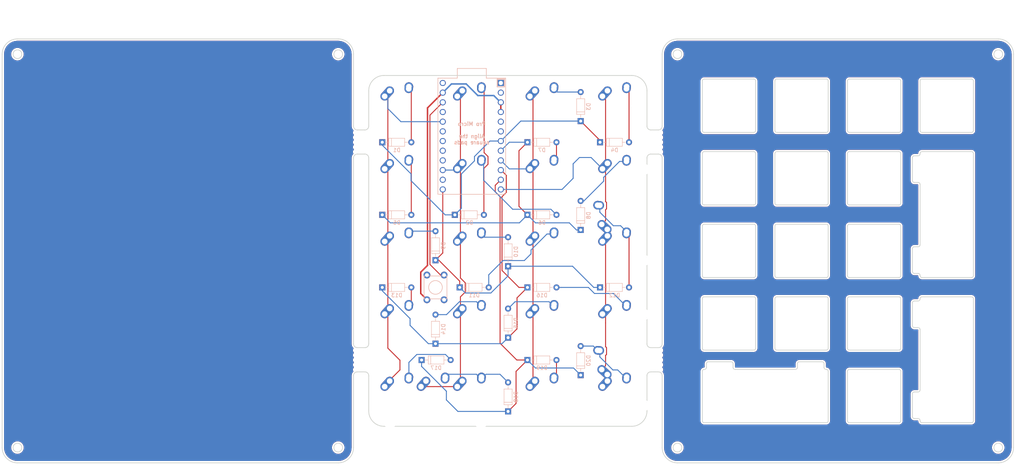
<source format=kicad_pcb>
(kicad_pcb (version 20171130) (host pcbnew "(5.0.0)")
  (layers (0 F.Cu signal) (31 B.Cu signal) (34 B.Paste user) (35 F.Paste user) (36 B.SilkS user) (37 F.SilkS user) (38 B.Mask user) (39 F.Mask user) (44 Edge.Cuts user))
  (net 0 "")
  (net 1 "Net-(D1-Pad2)")
  (net 2 "Net-(D2-Pad2)")
  (net 3 "Net-(D3-Pad2)")
  (net 4 "Net-(D4-Pad2)")
  (net 5 "Net-(D5-Pad2)")
  (net 6 "Net-(D6-Pad2)")
  (net 7 "Net-(D7-Pad2)")
  (net 8 "Net-(D8-Pad2)")
  (net 9 "Net-(D9-Pad2)")
  (net 10 "Net-(D10-Pad2)")
  (net 11 "Net-(D11-Pad2)")
  (net 12 "Net-(D12-Pad2)")
  (net 13 "Net-(D13-Pad2)")
  (net 14 "Net-(D14-Pad2)")
  (net 15 "Net-(D15-Pad2)")
  (net 16 "Net-(D16-Pad2)")
  (net 17 "Net-(D17-Pad2)")
  (net 18 "Net-(D18-Pad2)")
  (net 19 "Net-(D19-Pad2)")
  (net 20 "Net-(D20-Pad2)")
  (net 21 "Net-(U1-Pad1)")
  (net 22 "Net-(U1-Pad2)")
  (net 23 "Net-(U1-Pad5)")
  (net 24 "Net-(U1-Pad6)")
  (net 25 "Net-(U1-Pad14)")
  (net 26 "Net-(U1-Pad16)")
  (net 27 "Net-(U1-Pad17)")
  (net 28 "Net-(U1-Pad18)")
  (net 29 "Net-(U1-Pad19)")
  (net 30 "Net-(U1-Pad21)")
  (net 31 "Net-(U1-Pad24)")
  (net 32 "Net-(SW1-Pad1)")
  (net 33 GND)
  (net 34 ROW0)
  (net 35 ROW1)
  (net 36 ROW2)
  (net 37 ROW3)
  (net 38 ROW4)
  (net 39 COL0)
  (net 40 COL1)
  (net 41 COL2)
  (net 42 COL3)
  (net 43 GNDA)
  (net 44 Earth)
  (module locallib:outline (layer F.Cu) (at 200.914 133.35)
    (fp_text reference O1)
    (fp_text value Outline)
    (fp_arc (start -30.075 -81.175) (end -29.575 -81.175) (angle -90) (layer Edge.Cuts) (width 0.2))
    (fp_arc (start -43.075 -43.075) (end -43.075 -43.575) (angle -90) (layer Edge.Cuts) (width 0.2))
    (fp_arc (start -81.175 -100.225) (end -81.175 -100.725) (angle -90) (layer Edge.Cuts) (width 0.2))
    (fp_line (start -10.525 -87.225) (end -10.525 -100.225) (layer Edge.Cuts) (width 0.2))
    (fp_arc (start -11.025 -87.225) (end -11.025 -86.725) (angle -90) (layer Edge.Cuts) (width 0.2))
    (fp_line (start -81.675 -100.225) (end -81.675 -87.225) (layer Edge.Cuts) (width 0.2))
    (fp_arc (start -43.075 -68.175) (end -43.575 -68.175) (angle -90) (layer Edge.Cuts) (width 0.2))
    (fp_line (start -30.075 -43.575) (end -43.075 -43.575) (layer Edge.Cuts) (width 0.2))
    (fp_line (start -24.025 -86.725) (end -11.025 -86.725) (layer Edge.Cuts) (width 0.2))
    (fp_arc (start -24.025 -87.225) (end -24.525 -87.225) (angle -90) (layer Edge.Cuts) (width 0.2))
    (fp_line (start -29.575 -49.125) (end -29.575 -62.125) (layer Edge.Cuts) (width 0.2))
    (fp_arc (start -49.125 -68.175) (end -49.125 -67.675) (angle -90) (layer Edge.Cuts) (width 0.2))
    (fp_arc (start -24.025 -100.225) (end -24.025 -100.725) (angle -90) (layer Edge.Cuts) (width 0.2))
    (fp_arc (start -30.075 -49.125) (end -30.075 -48.625) (angle -90) (layer Edge.Cuts) (width 0.2))
    (fp_line (start -43.075 -48.625) (end -30.075 -48.625) (layer Edge.Cuts) (width 0.2))
    (fp_arc (start -43.075 -62.125) (end -43.075 -62.625) (angle -90) (layer Edge.Cuts) (width 0.2))
    (fp_line (start -49.125 -81.675) (end -62.125 -81.675) (layer Edge.Cuts) (width 0.2))
    (fp_line (start -81.175 -86.725) (end -68.175 -86.725) (layer Edge.Cuts) (width 0.2))
    (fp_arc (start -30.075 -62.125) (end -29.575 -62.125) (angle -90) (layer Edge.Cuts) (width 0.2))
    (fp_line (start -48.625 -68.175) (end -48.625 -81.175) (layer Edge.Cuts) (width 0.2))
    (fp_arc (start -11.025 -100.225) (end -10.525 -100.225) (angle -90) (layer Edge.Cuts) (width 0.2))
    (fp_arc (start -62.125 -81.175) (end -62.125 -81.675) (angle -90) (layer Edge.Cuts) (width 0.2))
    (fp_line (start -62.125 -67.675) (end -49.125 -67.675) (layer Edge.Cuts) (width 0.2))
    (fp_line (start -62.625 -81.175) (end -62.625 -68.175) (layer Edge.Cuts) (width 0.2))
    (fp_arc (start -30.075 -43.075) (end -29.575 -43.075) (angle -90) (layer Edge.Cuts) (width 0.2))
    (fp_arc (start -68.175 -100.225) (end -67.675 -100.225) (angle -90) (layer Edge.Cuts) (width 0.2))
    (fp_line (start -43.575 -62.125) (end -43.575 -49.125) (layer Edge.Cuts) (width 0.2))
    (fp_arc (start -68.175 -87.225) (end -68.175 -86.725) (angle -90) (layer Edge.Cuts) (width 0.2))
    (fp_line (start -24.525 -100.225) (end -24.525 -87.225) (layer Edge.Cuts) (width 0.2))
    (fp_line (start -43.075 -67.675) (end -30.075 -67.675) (layer Edge.Cuts) (width 0.2))
    (fp_arc (start -49.125 -81.175) (end -48.625 -81.175) (angle -90) (layer Edge.Cuts) (width 0.2))
    (fp_line (start -68.175 -100.725) (end -81.175 -100.725) (layer Edge.Cuts) (width 0.2))
    (fp_line (start -30.075 -24.525) (end -43.075 -24.525) (layer Edge.Cuts) (width 0.2))
    (fp_line (start -29.575 -30.075) (end -29.575 -43.075) (layer Edge.Cuts) (width 0.2))
    (fp_line (start -29.575 -68.175) (end -29.575 -81.175) (layer Edge.Cuts) (width 0.2))
    (fp_arc (start -30.075 -30.075) (end -30.075 -29.575) (angle -90) (layer Edge.Cuts) (width 0.2))
    (fp_line (start -11.025 -100.725) (end -24.025 -100.725) (layer Edge.Cuts) (width 0.2))
    (fp_line (start -30.075 -62.625) (end -43.075 -62.625) (layer Edge.Cuts) (width 0.2))
    (fp_arc (start -62.125 -68.175) (end -62.625 -68.175) (angle -90) (layer Edge.Cuts) (width 0.2))
    (fp_arc (start -30.075 -68.175) (end -30.075 -67.675) (angle -90) (layer Edge.Cuts) (width 0.2))
    (fp_line (start -43.075 -29.575) (end -30.075 -29.575) (layer Edge.Cuts) (width 0.2))
    (fp_arc (start -81.175 -87.225) (end -81.675 -87.225) (angle -90) (layer Edge.Cuts) (width 0.2))
    (fp_line (start -67.675 -87.225) (end -67.675 -100.225) (layer Edge.Cuts) (width 0.2))
    (fp_arc (start -43.075 -49.125) (end -43.575 -49.125) (angle -90) (layer Edge.Cuts) (width 0.2))
    (fp_arc (start -43.075 -30.075) (end -43.575 -30.075) (angle -90) (layer Edge.Cuts) (width 0.2))
    (fp_line (start -43.575 -43.075) (end -43.575 -30.075) (layer Edge.Cuts) (width 0.2))
    (fp_arc (start -62.125 -87.225) (end -62.625 -87.225) (angle -90) (layer Edge.Cuts) (width 0.2))
    (fp_arc (start -81.175 -62.125) (end -81.175 -62.625) (angle -90) (layer Edge.Cuts) (width 0.2))
    (fp_arc (start -49.125 -62.125) (end -48.625 -62.125) (angle -90) (layer Edge.Cuts) (width 0.2))
    (fp_arc (start -49.125 -49.125) (end -49.125 -48.625) (angle -90) (layer Edge.Cuts) (width 0.2))
    (fp_line (start -62.625 -62.125) (end -62.625 -49.125) (layer Edge.Cuts) (width 0.2))
    (fp_arc (start -30.075 -24.025) (end -29.575 -24.025) (angle -90) (layer Edge.Cuts) (width 0.2))
    (fp_line (start -62.125 -48.625) (end -49.125 -48.625) (layer Edge.Cuts) (width 0.2))
    (fp_arc (start -62.125 -100.225) (end -62.125 -100.725) (angle -90) (layer Edge.Cuts) (width 0.2))
    (fp_line (start -49.125 -62.625) (end -62.125 -62.625) (layer Edge.Cuts) (width 0.2))
    (fp_line (start -48.625 -87.225) (end -48.625 -100.225) (layer Edge.Cuts) (width 0.2))
    (fp_line (start -67.675 -49.125) (end -67.675 -62.125) (layer Edge.Cuts) (width 0.2))
    (fp_line (start -81.175 -81.675) (end -68.175 -81.675) (layer Edge.Cuts) (width 0.2))
    (fp_arc (start -68.175 -68.175) (end -68.175 -67.675) (angle -90) (layer Edge.Cuts) (width 0.2))
    (fp_line (start -67.675 -81.175) (end -67.675 -68.175) (layer Edge.Cuts) (width 0.2))
    (fp_arc (start -30.075 -11.025) (end -30.075 -10.525) (angle -90) (layer Edge.Cuts) (width 0.2))
    (fp_arc (start -49.125 -87.225) (end -49.125 -86.725) (angle -90) (layer Edge.Cuts) (width 0.2))
    (fp_line (start -62.125 -86.725) (end -49.125 -86.725) (layer Edge.Cuts) (width 0.2))
    (fp_line (start -43.075 -10.525) (end -30.075 -10.525) (layer Edge.Cuts) (width 0.2))
    (fp_arc (start -68.175 -81.175) (end -67.675 -81.175) (angle -90) (layer Edge.Cuts) (width 0.2))
    (fp_line (start -62.625 -100.225) (end -62.625 -87.225) (layer Edge.Cuts) (width 0.2))
    (fp_arc (start -81.175 -68.175) (end -81.675 -68.175) (angle -90) (layer Edge.Cuts) (width 0.2))
    (fp_arc (start -43.075 -24.025) (end -43.075 -24.525) (angle -90) (layer Edge.Cuts) (width 0.2))
    (fp_arc (start -68.175 -62.125) (end -67.675 -62.125) (angle -90) (layer Edge.Cuts) (width 0.2))
    (fp_line (start -68.175 -62.625) (end -81.175 -62.625) (layer Edge.Cuts) (width 0.2))
    (fp_line (start -68.175 -67.675) (end -81.175 -67.675) (layer Edge.Cuts) (width 0.2))
    (fp_line (start -81.675 -68.175) (end -81.675 -81.175) (layer Edge.Cuts) (width 0.2))
    (fp_line (start -29.575 -11.025) (end -29.575 -24.025) (layer Edge.Cuts) (width 0.2))
    (fp_line (start -43.575 -24.025) (end -43.575 -11.025) (layer Edge.Cuts) (width 0.2))
    (fp_arc (start -62.125 -49.125) (end -62.625 -49.125) (angle -90) (layer Edge.Cuts) (width 0.2))
    (fp_arc (start -49.125 -100.225) (end -48.625 -100.225) (angle -90) (layer Edge.Cuts) (width 0.2))
    (fp_arc (start -81.175 -49.125) (end -81.675 -49.125) (angle -90) (layer Edge.Cuts) (width 0.2))
    (fp_arc (start -68.175 -49.125) (end -68.175 -48.625) (angle -90) (layer Edge.Cuts) (width 0.2))
    (fp_arc (start -81.175 -81.175) (end -81.175 -81.675) (angle -90) (layer Edge.Cuts) (width 0.2))
    (fp_line (start -81.175 -48.625) (end -68.175 -48.625) (layer Edge.Cuts) (width 0.2))
    (fp_arc (start -43.075 -11.025) (end -43.575 -11.025) (angle -90) (layer Edge.Cuts) (width 0.2))
    (fp_line (start -48.625 -49.125) (end -48.625 -62.125) (layer Edge.Cuts) (width 0.2))
    (fp_line (start -81.675 -62.125) (end -81.675 -49.125) (layer Edge.Cuts) (width 0.2))
    (fp_arc (start -62.125 -62.125) (end -62.125 -62.625) (angle -90) (layer Edge.Cuts) (width 0.2))
    (fp_line (start -49.125 -100.725) (end -62.125 -100.725) (layer Edge.Cuts) (width 0.2))
    (fp_arc (start -11.025 -43.075) (end -10.525 -43.075) (angle -90) (layer Edge.Cuts) (width 0.2))
    (fp_arc (start -11.025 -11.025) (end -11.025 -10.525) (angle -90) (layer Edge.Cuts) (width 0.2))
    (fp_arc (start -73.088 -25.025) (end -73.588 -25.025) (angle -90) (layer Edge.Cuts) (width 0.2))
    (fp_line (start -24.525 -11.112) (end -24.525 -11.025) (layer Edge.Cuts) (width 0.2))
    (fp_arc (start -25.025 -11.112) (end -24.525 -11.112) (angle -90) (layer Edge.Cuts) (width 0.2))
    (fp_arc (start -24.025 -11.025) (end -24.525 -11.025) (angle -90) (layer Edge.Cuts) (width 0.2))
    (fp_line (start -24.525 -43.075) (end -24.525 -42.988) (layer Edge.Cuts) (width 0.2))
    (fp_arc (start -24.025 -43.075) (end -24.025 -43.575) (angle -90) (layer Edge.Cuts) (width 0.2))
    (fp_line (start -10.525 -11.025) (end -10.525 -43.075) (layer Edge.Cuts) (width 0.2))
    (fp_line (start -11.025 -43.575) (end -24.025 -43.575) (layer Edge.Cuts) (width 0.2))
    (fp_line (start -24.025 -10.525) (end -11.025 -10.525) (layer Edge.Cuts) (width 0.2))
    (fp_arc (start -25.025 -81.088) (end -25.025 -80.588) (angle -90) (layer Edge.Cuts) (width 0.2))
    (fp_arc (start -26.025 -74.088) (end -26.525 -74.088) (angle -90) (layer Edge.Cuts) (width 0.2))
    (fp_line (start -26.525 -80.088) (end -26.525 -74.088) (layer Edge.Cuts) (width 0.2))
    (fp_arc (start -26.025 -80.088) (end -26.025 -80.588) (angle -90) (layer Edge.Cuts) (width 0.2))
    (fp_line (start -25.025 -80.588) (end -26.025 -80.588) (layer Edge.Cuts) (width 0.2))
    (fp_arc (start -50.212 -26.025) (end -49.712 -26.025) (angle -90) (layer Edge.Cuts) (width 0.2))
    (fp_line (start -49.125 -24.525) (end -49.212 -24.525) (layer Edge.Cuts) (width 0.2))
    (fp_arc (start -57.212 -25.025) (end -57.212 -24.525) (angle -90) (layer Edge.Cuts) (width 0.2))
    (fp_line (start -56.712 -26.025) (end -56.712 -25.025) (layer Edge.Cuts) (width 0.2))
    (fp_arc (start -49.212 -25.025) (end -49.712 -25.025) (angle -90) (layer Edge.Cuts) (width 0.2))
    (fp_line (start -48.625 -11.025) (end -48.625 -24.025) (layer Edge.Cuts) (width 0.2))
    (fp_arc (start -56.212 -26.025) (end -56.212 -26.525) (angle -90) (layer Edge.Cuts) (width 0.2))
    (fp_line (start -49.712 -25.025) (end -49.712 -26.025) (layer Edge.Cuts) (width 0.2))
    (fp_arc (start -49.125 -24.025) (end -48.625 -24.025) (angle -90) (layer Edge.Cuts) (width 0.2))
    (fp_line (start -50.212 -26.525) (end -56.212 -26.525) (layer Edge.Cuts) (width 0.2))
    (fp_arc (start -49.125 -11.025) (end -49.125 -10.525) (angle -90) (layer Edge.Cuts) (width 0.2))
    (fp_line (start -26.025 -73.588) (end -25.025 -73.588) (layer Edge.Cuts) (width 0.2))
    (fp_line (start -26.025 -49.712) (end -25.025 -49.712) (layer Edge.Cuts) (width 0.2))
    (fp_arc (start -26.025 -50.212) (end -26.525 -50.212) (angle -90) (layer Edge.Cuts) (width 0.2))
    (fp_arc (start -25.025 -57.212) (end -25.025 -56.712) (angle -90) (layer Edge.Cuts) (width 0.2))
    (fp_line (start -26.525 -56.212) (end -26.525 -50.212) (layer Edge.Cuts) (width 0.2))
    (fp_line (start -24.525 -73.088) (end -24.525 -57.212) (layer Edge.Cuts) (width 0.2))
    (fp_line (start -24.525 -49.212) (end -24.525 -49.125) (layer Edge.Cuts) (width 0.2))
    (fp_arc (start -25.025 -49.212) (end -24.525 -49.212) (angle -90) (layer Edge.Cuts) (width 0.2))
    (fp_arc (start -26.025 -56.212) (end -26.025 -56.712) (angle -90) (layer Edge.Cuts) (width 0.2))
    (fp_line (start -25.025 -56.712) (end -26.025 -56.712) (layer Edge.Cuts) (width 0.2))
    (fp_arc (start -25.025 -73.088) (end -24.525 -73.088) (angle -90) (layer Edge.Cuts) (width 0.2))
    (fp_arc (start -24.025 -49.125) (end -24.525 -49.125) (angle -90) (layer Edge.Cuts) (width 0.2))
    (fp_line (start -10.525 -49.125) (end -10.525 -81.175) (layer Edge.Cuts) (width 0.2))
    (fp_arc (start -11.025 -49.125) (end -11.025 -48.625) (angle -90) (layer Edge.Cuts) (width 0.2))
    (fp_arc (start -24.025 -81.175) (end -24.025 -81.675) (angle -90) (layer Edge.Cuts) (width 0.2))
    (fp_arc (start -26.025 -41.988) (end -26.025 -42.488) (angle -90) (layer Edge.Cuts) (width 0.2))
    (fp_line (start -25.025 -42.488) (end -26.025 -42.488) (layer Edge.Cuts) (width 0.2))
    (fp_arc (start -25.025 -42.988) (end -25.025 -42.488) (angle -90) (layer Edge.Cuts) (width 0.2))
    (fp_line (start -24.525 -81.175) (end -24.525 -81.088) (layer Edge.Cuts) (width 0.2))
    (fp_line (start -11.025 -81.675) (end -24.025 -81.675) (layer Edge.Cuts) (width 0.2))
    (fp_arc (start -11.025 -81.175) (end -10.525 -81.175) (angle -90) (layer Edge.Cuts) (width 0.2))
    (fp_line (start -24.025 -48.625) (end -11.025 -48.625) (layer Edge.Cuts) (width 0.2))
    (fp_arc (start -74.088 -26.025) (end -73.588 -26.025) (angle -90) (layer Edge.Cuts) (width 0.2))
    (fp_arc (start -80.088 -26.025) (end -80.088 -26.525) (angle -90) (layer Edge.Cuts) (width 0.2))
    (fp_line (start -73.588 -25.025) (end -73.588 -26.025) (layer Edge.Cuts) (width 0.2))
    (fp_arc (start -81.175 -24.025) (end -81.175 -24.525) (angle -90) (layer Edge.Cuts) (width 0.2))
    (fp_line (start -81.175 -10.525) (end -49.125 -10.525) (layer Edge.Cuts) (width 0.2))
    (fp_arc (start -81.175 -11.025) (end -81.675 -11.025) (angle -90) (layer Edge.Cuts) (width 0.2))
    (fp_line (start -81.675 -24.025) (end -81.675 -11.025) (layer Edge.Cuts) (width 0.2))
    (fp_line (start -81.088 -24.525) (end -81.175 -24.525) (layer Edge.Cuts) (width 0.2))
    (fp_arc (start -81.088 -25.025) (end -81.088 -24.525) (angle -90) (layer Edge.Cuts) (width 0.2))
    (fp_line (start -74.088 -26.525) (end -80.088 -26.525) (layer Edge.Cuts) (width 0.2))
    (fp_line (start -80.588 -26.025) (end -80.588 -25.025) (layer Edge.Cuts) (width 0.2))
    (fp_line (start -92.2 -4) (end -92.2 -22.875) (layer Edge.Cuts) (width 0.2))
    (fp_line (start -96.2 -97.6625) (end -96.2 -88.375) (layer Edge.Cuts) (width 0.2))
    (fp_arc (start -95.2 -88.375) (end -96.2 -88.375) (angle -90) (layer Edge.Cuts) (width 0.2))
    (fp_arc (start -95.2 -22.875) (end -95.2 -23.875) (angle -90) (layer Edge.Cuts) (width 0.2))
    (fp_arc (start -93.2 -22.875) (end -92.2 -22.875) (angle -90) (layer Edge.Cuts) (width 0.2))
    (fp_arc (start -93.2 -88.375) (end -93.2 -87.375) (angle -90) (layer Edge.Cuts) (width 0.2))
    (fp_arc (start -100.2 -97.6625) (end -96.2 -97.6625) (angle -90) (layer Edge.Cuts) (width 0.2))
    (fp_arc (start -4 -107.25) (end 0 -107.25) (angle -90) (layer Edge.Cuts) (width 0.2))
    (fp_line (start -95.2 -87.375) (end -93.2 -87.375) (layer Edge.Cuts) (width 0.2))
    (fp_line (start -100.2 -9.5875) (end -165.225 -9.5875) (layer Edge.Cuts) (width 0.2))
    (fp_line (start -57.212 -24.525) (end -73.088 -24.525) (layer Edge.Cuts) (width 0.2))
    (fp_line (start -96.2 -22.875) (end -96.2 -13.5875) (layer Edge.Cuts) (width 0.2))
    (fp_line (start -93.2 -23.875) (end -95.2 -23.875) (layer Edge.Cuts) (width 0.2))
    (fp_arc (start -88.2 -4) (end -92.2 -4) (angle -90) (layer Edge.Cuts) (width 0.2))
    (fp_line (start 0 -107.25) (end 0 -4) (layer Edge.Cuts) (width 0.2))
    (fp_arc (start -88.2 -107.25) (end -88.2 -111.25) (angle -90) (layer Edge.Cuts) (width 0.2))
    (fp_arc (start -100.2 -13.5875) (end -100.2 -9.5875) (angle -90) (layer Edge.Cuts) (width 0.2))
    (fp_line (start -4 0) (end -88.2 0) (layer Edge.Cuts) (width 0.2))
    (fp_line (start -92.2 -88.375) (end -92.2 -107.25) (layer Edge.Cuts) (width 0.2))
    (fp_line (start -88.2 -111.25) (end -4 -111.25) (layer Edge.Cuts) (width 0.2))
    (fp_arc (start -4 -4) (end -4 0) (angle -90) (layer Edge.Cuts) (width 0.2))
    (fp_line (start -165.225 -101.6625) (end -100.2 -101.6625) (layer Edge.Cuts) (width 0.2))
    (fp_arc (start -165.225 -97.6625) (end -165.225 -101.6625) (angle -90) (layer Edge.Cuts) (width 0.2))
    (fp_arc (start -62.125 -30.075) (end -62.625 -30.075) (angle -90) (layer Edge.Cuts) (width 0.2))
    (fp_line (start -62.125 -29.575) (end -49.125 -29.575) (layer Edge.Cuts) (width 0.2))
    (fp_line (start -67.675 -30.075) (end -67.675 -43.075) (layer Edge.Cuts) (width 0.2))
    (fp_arc (start -43.075 -87.225) (end -43.575 -87.225) (angle -90) (layer Edge.Cuts) (width 0.2))
    (fp_line (start -81.175 -29.575) (end -68.175 -29.575) (layer Edge.Cuts) (width 0.2))
    (fp_line (start -30.075 -86.725) (end -43.075 -86.725) (layer Edge.Cuts) (width 0.2))
    (fp_arc (start -49.125 -30.075) (end -49.125 -29.575) (angle -90) (layer Edge.Cuts) (width 0.2))
    (fp_arc (start -68.175 -30.075) (end -68.175 -29.575) (angle -90) (layer Edge.Cuts) (width 0.2))
    (fp_line (start -68.175 -43.575) (end -81.175 -43.575) (layer Edge.Cuts) (width 0.2))
    (fp_line (start -43.575 -87.225) (end -43.575 -100.225) (layer Edge.Cuts) (width 0.2))
    (fp_arc (start -30.075 -87.225) (end -30.075 -86.725) (angle -90) (layer Edge.Cuts) (width 0.2))
    (fp_line (start -62.625 -43.075) (end -62.625 -30.075) (layer Edge.Cuts) (width 0.2))
    (fp_line (start -81.675 -43.075) (end -81.675 -30.075) (layer Edge.Cuts) (width 0.2))
    (fp_arc (start -68.175 -43.075) (end -67.675 -43.075) (angle -90) (layer Edge.Cuts) (width 0.2))
    (fp_arc (start -81.175 -43.075) (end -81.175 -43.575) (angle -90) (layer Edge.Cuts) (width 0.2))
    (fp_line (start -43.575 -81.175) (end -43.575 -68.175) (layer Edge.Cuts) (width 0.2))
    (fp_arc (start -62.125 -43.075) (end -62.125 -43.575) (angle -90) (layer Edge.Cuts) (width 0.2))
    (fp_arc (start -43.075 -81.175) (end -43.075 -81.675) (angle -90) (layer Edge.Cuts) (width 0.2))
    (fp_line (start -49.125 -43.575) (end -62.125 -43.575) (layer Edge.Cuts) (width 0.2))
    (fp_line (start -30.075 -81.675) (end -43.075 -81.675) (layer Edge.Cuts) (width 0.2))
    (fp_arc (start -49.125 -43.075) (end -48.625 -43.075) (angle -90) (layer Edge.Cuts) (width 0.2))
    (fp_line (start -48.625 -30.075) (end -48.625 -43.075) (layer Edge.Cuts) (width 0.2))
    (fp_arc (start -81.175 -30.075) (end -81.675 -30.075) (angle -90) (layer Edge.Cuts) (width 0.2))
    (fp_line (start -24.525 -34.988) (end -24.525 -19.112) (layer Edge.Cuts) (width 0.2))
    (fp_arc (start -25.025 -34.988) (end -24.525 -34.988) (angle -90) (layer Edge.Cuts) (width 0.2))
    (fp_line (start -26.525 -41.988) (end -26.525 -35.988) (layer Edge.Cuts) (width 0.2))
    (fp_line (start -26.025 -11.612) (end -25.025 -11.612) (layer Edge.Cuts) (width 0.2))
    (fp_arc (start -26.025 -12.112) (end -26.525 -12.112) (angle -90) (layer Edge.Cuts) (width 0.2))
    (fp_line (start -26.525 -18.112) (end -26.525 -12.112) (layer Edge.Cuts) (width 0.2))
    (fp_arc (start -26.025 -18.112) (end -26.025 -18.612) (angle -90) (layer Edge.Cuts) (width 0.2))
    (fp_line (start -25.025 -18.612) (end -26.025 -18.612) (layer Edge.Cuts) (width 0.2))
    (fp_arc (start -25.025 -19.112) (end -25.025 -18.612) (angle -90) (layer Edge.Cuts) (width 0.2))
    (fp_line (start -26.025 -35.488) (end -25.025 -35.488) (layer Edge.Cuts) (width 0.2))
    (fp_arc (start -26.025 -35.988) (end -26.525 -35.988) (angle -90) (layer Edge.Cuts) (width 0.2))
    (fp_arc (start -165.225 -13.5875) (end -169.225 -13.5875) (angle -90) (layer Edge.Cuts) (width 0.2))
    (fp_line (start -169.225 -13.5875) (end -169.225 -22.875) (layer Edge.Cuts) (width 0.2))
    (fp_arc (start -170.225 -88.375) (end -170.225 -87.375) (angle -90) (layer Edge.Cuts) (width 0.2))
    (fp_line (start -96.2 -80.025) (end -96.2 -31.225) (layer Edge.Cuts) (width 0.2))
    (fp_arc (start -95.2 -80.025) (end -95.2 -81.025) (angle -90) (layer Edge.Cuts) (width 0.2))
    (fp_arc (start -172.225 -88.375) (end -173.225 -88.375) (angle -90) (layer Edge.Cuts) (width 0.2))
    (fp_arc (start -170.225 -22.875) (end -169.225 -22.875) (angle -90) (layer Edge.Cuts) (width 0.2))
    (fp_line (start -173.225 -107.25) (end -173.225 -88.375) (layer Edge.Cuts) (width 0.2))
    (fp_line (start -261.425 -111.25) (end -177.225 -111.25) (layer Edge.Cuts) (width 0.2))
    (fp_line (start -93.2 -81.025) (end -95.2 -81.025) (layer Edge.Cuts) (width 0.2))
    (fp_line (start -173.225 -22.875) (end -173.225 -4) (layer Edge.Cuts) (width 0.2))
    (fp_line (start -265.425 -4) (end -265.425 -107.25) (layer Edge.Cuts) (width 0.2))
    (fp_arc (start -177.225 -4) (end -177.225 0) (angle -90) (layer Edge.Cuts) (width 0.2))
    (fp_line (start -170.225 -23.875) (end -172.225 -23.875) (layer Edge.Cuts) (width 0.2))
    (fp_line (start -177.225 0) (end -261.425 0) (layer Edge.Cuts) (width 0.2))
    (fp_line (start -169.225 -88.375) (end -169.225 -97.6625) (layer Edge.Cuts) (width 0.2))
    (fp_arc (start -261.425 -4) (end -265.425 -4) (angle -90) (layer Edge.Cuts) (width 0.2))
    (fp_arc (start -177.225 -107.25) (end -173.225 -107.25) (angle -90) (layer Edge.Cuts) (width 0.2))
    (fp_line (start -172.225 -87.375) (end -170.225 -87.375) (layer Edge.Cuts) (width 0.2))
    (fp_arc (start -93.2 -80.025) (end -92.2 -80.025) (angle -90) (layer Edge.Cuts) (width 0.2))
    (fp_arc (start -261.425 -107.25) (end -261.425 -111.25) (angle -90) (layer Edge.Cuts) (width 0.2))
    (fp_line (start -92.2 -31.225) (end -92.2 -80.025) (layer Edge.Cuts) (width 0.2))
    (fp_arc (start -172.225 -22.875) (end -172.225 -23.875) (angle -90) (layer Edge.Cuts) (width 0.2))
    (fp_arc (start -30.075 -100.225) (end -29.575 -100.225) (angle -90) (layer Edge.Cuts) (width 0.2))
    (fp_line (start -43.075 -100.725) (end -30.075 -100.725) (layer Edge.Cuts) (width 0.2))
    (fp_line (start -169.225 -31.225) (end -169.225 -80.025) (layer Edge.Cuts) (width 0.2))
    (fp_line (start -172.225 -30.225) (end -170.225 -30.225) (layer Edge.Cuts) (width 0.2))
    (fp_circle (center -4 -4) (end -2.85 -4) (layer Edge.Cuts) (width 0.2))
    (fp_arc (start -43.075 -100.225) (end -43.075 -100.725) (angle -90) (layer Edge.Cuts) (width 0.2))
    (fp_circle (center -88.2 -107.25) (end -87.05 -107.25) (layer Edge.Cuts) (width 0.2))
    (fp_circle (center -177.225 -4) (end -176.075 -4) (layer Edge.Cuts) (width 0.2))
    (fp_arc (start -172.225 -80.025) (end -172.225 -81.025) (angle -90) (layer Edge.Cuts) (width 0.2))
    (fp_circle (center -261.425 -107.25) (end -260.275 -107.25) (layer Edge.Cuts) (width 0.2))
    (fp_line (start -173.225 -80.025) (end -173.225 -31.225) (layer Edge.Cuts) (width 0.2))
    (fp_circle (center -177.225 -107.25) (end -176.075 -107.25) (layer Edge.Cuts) (width 0.2))
    (fp_line (start -170.225 -81.025) (end -172.225 -81.025) (layer Edge.Cuts) (width 0.2))
    (fp_circle (center -88.2 -4) (end -87.05 -4) (layer Edge.Cuts) (width 0.2))
    (fp_circle (center -4 -107.25) (end -2.85 -107.25) (layer Edge.Cuts) (width 0.2))
    (fp_circle (center -261.425 -4) (end -260.275 -4) (layer Edge.Cuts) (width 0.2))
    (fp_arc (start -170.225 -80.025) (end -169.225 -80.025) (angle -90) (layer Edge.Cuts) (width 0.2))
    (fp_arc (start -170.225 -31.225) (end -170.225 -30.225) (angle -90) (layer Edge.Cuts) (width 0.2))
    (fp_line (start -95.2 -30.225) (end -93.2 -30.225) (layer Edge.Cuts) (width 0.2))
    (fp_arc (start -93.2 -31.225) (end -93.2 -30.225) (angle -90) (layer Edge.Cuts) (width 0.2))
    (fp_arc (start -95.2 -31.225) (end -96.2 -31.225) (angle -90) (layer Edge.Cuts) (width 0.2))
    (fp_line (start -29.575 -100.225) (end -29.575 -87.225) (layer Edge.Cuts) (width 0.2))
    (fp_arc (start -172.225 -31.225) (end -173.225 -31.225) (angle -90) (layer Edge.Cuts) (width 0.2))
    (pad 2 smd circle (at -176.53 -54.102) (size 1.524 1.524) (layers F.Cu) (net 43 GNDA))
    (pad 2 smd circle (at -176.53 -54.102) (size 1.524 1.524) (layers B.Cu) (net 43 GNDA))
    (pad 1 smd circle (at -17.78 -45.72) (size 1.524 1.524) (layers F.Cu) (net 44 Earth))
    (pad 1 smd circle (at -17.78 -45.72) (size 1.524 1.524) (layers B.Cu) (net 44 Earth))
  )
  (module Diodes_THT:D_DO-35_SOD27_P7.62mm_Horizontal (layer B.Cu) (at 35.2425 49.2125)
    (fp_text reference D1 (at 3.81 2.06) (layer B.SilkS) (effects (justify mirror)))
    (fp_text value 1N4148)
    (pad 2 thru_hole oval (at 7.62 0) (size 1.6 1.6) (drill 0.8) (layers *.Cu *.Mask) (net 1 "Net-(D1-Pad2)"))
    (pad 1 thru_hole rect (at 0 0) (size 1.6 1.6) (drill 0.8) (layers *.Cu *.Mask) (net 34 ROW0))
  )
  (module Diodes_THT:D_DO-35_SOD27_P7.62mm_Horizontal (layer B.Cu) (at 54.2925 68.2625)
    (fp_text reference D2 (at 3.81 2.06) (layer B.SilkS) (effects (justify mirror)))
    (fp_text value 1N4148)
    (pad 2 thru_hole oval (at 7.62 0) (size 1.6 1.6) (drill 0.8) (layers *.Cu *.Mask) (net 2 "Net-(D2-Pad2)"))
    (pad 1 thru_hole rect (at 0 0) (size 1.6 1.6) (drill 0.8) (layers *.Cu *.Mask) (net 34 ROW0))
  )
  (module Diodes_THT:D_DO-35_SOD27_P7.62mm_Horizontal (layer B.Cu) (at 87.3125 43.65625 90)
    (fp_text reference D3 (at 3.81 2.06 90) (layer B.SilkS) (effects (justify mirror)))
    (fp_text value 1N4148)
    (pad 2 thru_hole oval (at 7.62 0 90) (size 1.6 1.6) (drill 0.8) (layers *.Cu *.Mask) (net 3 "Net-(D3-Pad2)"))
    (pad 1 thru_hole rect (at 0 0 90) (size 1.6 1.6) (drill 0.8) (layers *.Cu *.Mask) (net 34 ROW0))
  )
  (module Diodes_THT:D_DO-35_SOD27_P7.62mm_Horizontal (layer B.Cu) (at 92.3925 49.2125)
    (fp_text reference D4 (at 3.81 2.06) (layer B.SilkS) (effects (justify mirror)))
    (fp_text value 1N4148)
    (pad 1 thru_hole rect (at 0 0) (size 1.6 1.6) (drill 0.8) (layers *.Cu *.Mask) (net 34 ROW0))
    (pad 2 thru_hole oval (at 7.62 0) (size 1.6 1.6) (drill 0.8) (layers *.Cu *.Mask) (net 4 "Net-(D4-Pad2)"))
  )
  (module Diodes_THT:D_DO-35_SOD27_P7.62mm_Horizontal (layer B.Cu) (at 35.2425 68.2625)
    (fp_text reference D5 (at 3.81 2.06) (layer B.SilkS) (effects (justify mirror)))
    (fp_text value 1N4148)
    (pad 2 thru_hole oval (at 7.62 0) (size 1.6 1.6) (drill 0.8) (layers *.Cu *.Mask) (net 5 "Net-(D5-Pad2)"))
    (pad 1 thru_hole rect (at 0 0) (size 1.6 1.6) (drill 0.8) (layers *.Cu *.Mask) (net 35 ROW1))
  )
  (module Diodes_THT:D_DO-35_SOD27_P7.62mm_Horizontal (layer B.Cu) (at 73.3425 68.2625)
    (fp_text reference D6 (at 3.81 2.06) (layer B.SilkS) (effects (justify mirror)))
    (fp_text value 1N4148)
    (pad 1 thru_hole rect (at 0 0) (size 1.6 1.6) (drill 0.8) (layers *.Cu *.Mask) (net 35 ROW1))
    (pad 2 thru_hole oval (at 7.62 0) (size 1.6 1.6) (drill 0.8) (layers *.Cu *.Mask) (net 6 "Net-(D6-Pad2)"))
  )
  (module Diodes_THT:D_DO-35_SOD27_P7.62mm_Horizontal (layer B.Cu) (at 73.3425 49.2125)
    (fp_text reference D7 (at 3.81 2.06) (layer B.SilkS) (effects (justify mirror)))
    (fp_text value 1N4148)
    (pad 2 thru_hole oval (at 7.62 0) (size 1.6 1.6) (drill 0.8) (layers *.Cu *.Mask) (net 7 "Net-(D7-Pad2)"))
    (pad 1 thru_hole rect (at 0 0) (size 1.6 1.6) (drill 0.8) (layers *.Cu *.Mask) (net 35 ROW1))
  )
  (module Diodes_THT:D_DO-35_SOD27_P7.62mm_Horizontal (layer B.Cu) (at 87.3125 72.23125 90)
    (fp_text reference D8 (at 3.81 2.06 90) (layer B.SilkS) (effects (justify mirror)))
    (fp_text value 1N4148)
    (pad 1 thru_hole rect (at 0 0 90) (size 1.6 1.6) (drill 0.8) (layers *.Cu *.Mask) (net 35 ROW1))
    (pad 2 thru_hole oval (at 7.62 0 90) (size 1.6 1.6) (drill 0.8) (layers *.Cu *.Mask) (net 8 "Net-(D8-Pad2)"))
  )
  (module Diodes_THT:D_DO-35_SOD27_P7.62mm_Horizontal (layer B.Cu) (at 49.2125 80.16875 90)
    (fp_text reference D9 (at 3.81 2.06 90) (layer B.SilkS) (effects (justify mirror)))
    (fp_text value 1N4148)
    (pad 2 thru_hole oval (at 7.62 0 90) (size 1.6 1.6) (drill 0.8) (layers *.Cu *.Mask) (net 9 "Net-(D9-Pad2)"))
    (pad 1 thru_hole rect (at 0 0 90) (size 1.6 1.6) (drill 0.8) (layers *.Cu *.Mask) (net 36 ROW2))
  )
  (module Diodes_THT:D_DO-35_SOD27_P7.62mm_Horizontal (layer B.Cu) (at 68.2625 81.75625 90)
    (fp_text reference D10 (at 3.81 2.06 90) (layer B.SilkS) (effects (justify mirror)))
    (fp_text value 1N4148)
    (pad 1 thru_hole rect (at 0 0 90) (size 1.6 1.6) (drill 0.8) (layers *.Cu *.Mask) (net 36 ROW2))
    (pad 2 thru_hole oval (at 7.62 0 90) (size 1.6 1.6) (drill 0.8) (layers *.Cu *.Mask) (net 10 "Net-(D10-Pad2)"))
  )
  (module Diodes_THT:D_DO-35_SOD27_P7.62mm_Horizontal (layer B.Cu) (at 55.5625 87.3125)
    (fp_text reference D11 (at 3.81 2.06) (layer B.SilkS) (effects (justify mirror)))
    (fp_text value 1N4148)
    (pad 2 thru_hole oval (at 7.62 0) (size 1.6 1.6) (drill 0.8) (layers *.Cu *.Mask) (net 11 "Net-(D11-Pad2)"))
    (pad 1 thru_hole rect (at 0 0) (size 1.6 1.6) (drill 0.8) (layers *.Cu *.Mask) (net 36 ROW2))
  )
  (module Diodes_THT:D_DO-35_SOD27_P7.62mm_Horizontal (layer B.Cu) (at 92.3925 87.3125)
    (fp_text reference D12 (at 3.81 2.06) (layer B.SilkS) (effects (justify mirror)))
    (fp_text value 1N4148)
    (pad 1 thru_hole rect (at 0 0) (size 1.6 1.6) (drill 0.8) (layers *.Cu *.Mask) (net 36 ROW2))
    (pad 2 thru_hole oval (at 7.62 0) (size 1.6 1.6) (drill 0.8) (layers *.Cu *.Mask) (net 12 "Net-(D12-Pad2)"))
  )
  (module Diodes_THT:D_DO-35_SOD27_P7.62mm_Horizontal (layer B.Cu) (at 35.2425 87.3125)
    (fp_text reference D13 (at 3.81 2.06) (layer B.SilkS) (effects (justify mirror)))
    (fp_text value 1N4148)
    (pad 2 thru_hole oval (at 7.62 0) (size 1.6 1.6) (drill 0.8) (layers *.Cu *.Mask) (net 13 "Net-(D13-Pad2)"))
    (pad 1 thru_hole rect (at 0 0) (size 1.6 1.6) (drill 0.8) (layers *.Cu *.Mask) (net 37 ROW3))
  )
  (module Diodes_THT:D_DO-35_SOD27_P7.62mm_Horizontal (layer B.Cu) (at 49.2125 102.07625 90)
    (fp_text reference D14 (at 3.81 2.06 90) (layer B.SilkS) (effects (justify mirror)))
    (fp_text value 1N4148)
    (pad 2 thru_hole oval (at 7.62 0 90) (size 1.6 1.6) (drill 0.8) (layers *.Cu *.Mask) (net 14 "Net-(D14-Pad2)"))
    (pad 1 thru_hole rect (at 0 0 90) (size 1.6 1.6) (drill 0.8) (layers *.Cu *.Mask) (net 37 ROW3))
  )
  (module Diodes_THT:D_DO-35_SOD27_P7.62mm_Horizontal (layer B.Cu) (at 68.2625 100.48875 90)
    (fp_text reference D15 (at 3.81 2.06 90) (layer B.SilkS) (effects (justify mirror)))
    (fp_text value 1N4148)
    (pad 2 thru_hole oval (at 7.62 0 90) (size 1.6 1.6) (drill 0.8) (layers *.Cu *.Mask) (net 15 "Net-(D15-Pad2)"))
    (pad 1 thru_hole rect (at 0 0 90) (size 1.6 1.6) (drill 0.8) (layers *.Cu *.Mask) (net 37 ROW3))
  )
  (module Diodes_THT:D_DO-35_SOD27_P7.62mm_Horizontal (layer B.Cu) (at 73.3425 87.3125)
    (fp_text reference D16 (at 3.81 2.06) (layer B.SilkS) (effects (justify mirror)))
    (fp_text value 1N4148)
    (pad 1 thru_hole rect (at 0 0) (size 1.6 1.6) (drill 0.8) (layers *.Cu *.Mask) (net 37 ROW3))
    (pad 2 thru_hole oval (at 7.62 0) (size 1.6 1.6) (drill 0.8) (layers *.Cu *.Mask) (net 16 "Net-(D16-Pad2)"))
  )
  (module Diodes_THT:D_DO-35_SOD27_P7.62mm_Horizontal (layer B.Cu) (at 45.56125 106.3625)
    (fp_text reference D17 (at 3.81 2.06) (layer B.SilkS) (effects (justify mirror)))
    (fp_text value 1N4148)
    (pad 2 thru_hole oval (at 7.62 0) (size 1.6 1.6) (drill 0.8) (layers *.Cu *.Mask) (net 17 "Net-(D17-Pad2)"))
    (pad 1 thru_hole rect (at 0 0) (size 1.6 1.6) (drill 0.8) (layers *.Cu *.Mask) (net 38 ROW4))
  )
  (module Diodes_THT:D_DO-35_SOD27_P7.62mm_Horizontal (layer B.Cu) (at 68.2625 119.85625 90)
    (fp_text reference D18 (at 3.81 2.06 90) (layer B.SilkS) (effects (justify mirror)))
    (fp_text value 1N4148)
    (pad 1 thru_hole rect (at 0 0 90) (size 1.6 1.6) (drill 0.8) (layers *.Cu *.Mask) (net 38 ROW4))
    (pad 2 thru_hole oval (at 7.62 0 90) (size 1.6 1.6) (drill 0.8) (layers *.Cu *.Mask) (net 18 "Net-(D18-Pad2)"))
  )
  (module Diodes_THT:D_DO-35_SOD27_P7.62mm_Horizontal (layer B.Cu) (at 73.3425 106.3625)
    (fp_text reference D19 (at 3.81 2.06) (layer B.SilkS) (effects (justify mirror)))
    (fp_text value 1N4148)
    (pad 1 thru_hole rect (at 0 0) (size 1.6 1.6) (drill 0.8) (layers *.Cu *.Mask) (net 38 ROW4))
    (pad 2 thru_hole oval (at 7.62 0) (size 1.6 1.6) (drill 0.8) (layers *.Cu *.Mask) (net 19 "Net-(D19-Pad2)"))
  )
  (module Diodes_THT:D_DO-35_SOD27_P7.62mm_Horizontal (layer B.Cu) (at 87.3125 110.33125 90)
    (fp_text reference D20 (at 3.81 2.06 90) (layer B.SilkS) (effects (justify mirror)))
    (fp_text value 1N4148)
    (pad 1 thru_hole rect (at 0 0 90) (size 1.6 1.6) (drill 0.8) (layers *.Cu *.Mask) (net 38 ROW4))
    (pad 2 thru_hole oval (at 7.62 0 90) (size 1.6 1.6) (drill 0.8) (layers *.Cu *.Mask) (net 20 "Net-(D20-Pad2)"))
  )
  (module promicro:ProMicro-EnforcedTop (layer B.Cu) (at 58.7375 47.625 270)
    (fp_text reference U1 hide)
    (fp_text value ProMicro)
    (pad 1 thru_hole rect (at -13.97 -7.62 270) (size 1.6 1.6) (drill 1.1) (layers *.Cu F.Mask) (net 21 "Net-(U1-Pad1)"))
    (pad 2 thru_hole circle (at -11.43 -7.62 270) (size 1.6 1.6) (drill 1.1) (layers *.Cu F.Mask) (net 22 "Net-(U1-Pad2)"))
    (pad 3 thru_hole circle (at -8.89 -7.62 270) (size 1.6 1.6) (drill 1.1) (layers *.Cu F.Mask) (net 33 GND))
    (pad 4 thru_hole circle (at -6.35 -7.62 270) (size 1.6 1.6) (drill 1.1) (layers *.Cu F.Mask) (net 33 GND))
    (pad 5 thru_hole circle (at -3.81 -7.62 270) (size 1.6 1.6) (drill 1.1) (layers *.Cu F.Mask) (net 23 "Net-(U1-Pad5)"))
    (pad 6 thru_hole circle (at -1.27 -7.62 270) (size 1.6 1.6) (drill 1.1) (layers *.Cu F.Mask) (net 24 "Net-(U1-Pad6)"))
    (pad 7 thru_hole circle (at 1.27 -7.62 270) (size 1.6 1.6) (drill 1.1) (layers *.Cu F.Mask) (net 34 ROW0))
    (pad 8 thru_hole circle (at 3.81 -7.62 270) (size 1.6 1.6) (drill 1.1) (layers *.Cu F.Mask) (net 35 ROW1))
    (pad 9 thru_hole circle (at 6.35 -7.62 270) (size 1.6 1.6) (drill 1.1) (layers *.Cu F.Mask) (net 41 COL2))
    (pad 10 thru_hole circle (at 8.89 -7.62 270) (size 1.6 1.6) (drill 1.1) (layers *.Cu F.Mask) (net 37 ROW3))
    (pad 11 thru_hole circle (at 11.43 -7.62 270) (size 1.6 1.6) (drill 1.1) (layers *.Cu F.Mask) (net 38 ROW4))
    (pad 12 thru_hole circle (at 13.97 -7.62 270) (size 1.6 1.6) (drill 1.1) (layers *.Cu F.Mask) (net 42 COL3))
    (pad 13 thru_hole circle (at 13.97 7.62 270) (size 1.6 1.6) (drill 1.1) (layers *.Cu F.Mask) (net 36 ROW2))
    (pad 14 thru_hole circle (at 11.43 7.62 270) (size 1.6 1.6) (drill 1.1) (layers *.Cu F.Mask) (net 25 "Net-(U1-Pad14)"))
    (pad 15 thru_hole circle (at 8.89 7.62 270) (size 1.6 1.6) (drill 1.1) (layers *.Cu F.Mask) (net 40 COL1))
    (pad 16 thru_hole circle (at 6.35 7.62 270) (size 1.6 1.6) (drill 1.1) (layers *.Cu F.Mask) (net 26 "Net-(U1-Pad16)"))
    (pad 17 thru_hole circle (at 3.81 7.62 270) (size 1.6 1.6) (drill 1.1) (layers *.Cu F.Mask) (net 27 "Net-(U1-Pad17)"))
    (pad 18 thru_hole circle (at 1.27 7.62 270) (size 1.6 1.6) (drill 1.1) (layers *.Cu F.Mask) (net 28 "Net-(U1-Pad18)"))
    (pad 19 thru_hole circle (at -1.27 7.62 270) (size 1.6 1.6) (drill 1.1) (layers *.Cu F.Mask) (net 29 "Net-(U1-Pad19)"))
    (pad 20 thru_hole circle (at -3.81 7.62 270) (size 1.6 1.6) (drill 1.1) (layers *.Cu F.Mask) (net 39 COL0))
    (pad 21 thru_hole circle (at -6.35 7.62 270) (size 1.6 1.6) (drill 1.1) (layers *.Cu F.Mask) (net 30 "Net-(U1-Pad21)"))
    (pad 22 thru_hole circle (at -8.89 7.62 270) (size 1.6 1.6) (drill 1.1) (layers *.Cu F.Mask) (net 32 "Net-(SW1-Pad1)"))
    (pad 23 thru_hole circle (at -11.43 7.62 270) (size 1.6 1.6) (drill 1.1) (layers *.Cu F.Mask) (net 33 GND))
    (pad 24 thru_hole circle (at -13.97 7.62 270) (size 1.6 1.6) (drill 1.1) (layers *.Cu F.Mask) (net 31 "Net-(U1-Pad24)"))
  )
  (module MX_Alps_Hybrid:MX-1U-NoLED (layer F.Cu) (at 39.6875 39.6875)
    (fp_text reference MX1)
    (fp_text value MX-1U)
    (pad 2 thru_hole oval (at 2.5 -4.5 86.0548) (size 2.831378 2.25) (drill 1.47 (offset 0.290689 0)) (layers *.Cu B.Mask) (net 1 "Net-(D1-Pad2)"))
    (pad 2 thru_hole circle (at 2.54 -5.08) (size 2.25 2.25) (drill 1.47) (layers *.Cu B.Mask) (net 1 "Net-(D1-Pad2)"))
    (pad 1 thru_hole oval (at -3.81 -2.54 48.0996) (size 4.211556 2.25) (drill 1.47 (offset 0.980778 0)) (layers *.Cu B.Mask) (net 39 COL0))
    (pad "" np_thru_hole circle (at 0 0) (size 3.9878 3.9878) (drill 3.9878) (layers *.Cu *.Mask))
    (pad 1 thru_hole circle (at -2.5 -4) (size 2.25 2.25) (drill 1.47) (layers *.Cu B.Mask) (net 39 COL0))
    (pad "" np_thru_hole circle (at -5.08 0 48.0996) (size 1.75 1.75) (drill 1.75) (layers *.Cu *.Mask))
    (pad "" np_thru_hole circle (at 5.08 0 48.0996) (size 1.75 1.75) (drill 1.75) (layers *.Cu *.Mask))
  )
  (module MX_Alps_Hybrid:MX-1U-NoLED (layer F.Cu) (at 58.7375 39.6875)
    (fp_text reference MX2)
    (fp_text value MX-1U)
    (pad "" np_thru_hole circle (at 5.08 0 48.0996) (size 1.75 1.75) (drill 1.75) (layers *.Cu *.Mask))
    (pad "" np_thru_hole circle (at -5.08 0 48.0996) (size 1.75 1.75) (drill 1.75) (layers *.Cu *.Mask))
    (pad 1 thru_hole circle (at -2.5 -4) (size 2.25 2.25) (drill 1.47) (layers *.Cu B.Mask) (net 40 COL1))
    (pad "" np_thru_hole circle (at 0 0) (size 3.9878 3.9878) (drill 3.9878) (layers *.Cu *.Mask))
    (pad 1 thru_hole oval (at -3.81 -2.54 48.0996) (size 4.211556 2.25) (drill 1.47 (offset 0.980778 0)) (layers *.Cu B.Mask) (net 40 COL1))
    (pad 2 thru_hole circle (at 2.54 -5.08) (size 2.25 2.25) (drill 1.47) (layers *.Cu B.Mask) (net 2 "Net-(D2-Pad2)"))
    (pad 2 thru_hole oval (at 2.5 -4.5 86.0548) (size 2.831378 2.25) (drill 1.47 (offset 0.290689 0)) (layers *.Cu B.Mask) (net 2 "Net-(D2-Pad2)"))
  )
  (module MX_Alps_Hybrid:MX-1U-NoLED (layer F.Cu) (at 77.7875 39.6875)
    (fp_text reference MX3)
    (fp_text value MX-1U)
    (pad 2 thru_hole oval (at 2.5 -4.5 86.0548) (size 2.831378 2.25) (drill 1.47 (offset 0.290689 0)) (layers *.Cu B.Mask) (net 3 "Net-(D3-Pad2)"))
    (pad 2 thru_hole circle (at 2.54 -5.08) (size 2.25 2.25) (drill 1.47) (layers *.Cu B.Mask) (net 3 "Net-(D3-Pad2)"))
    (pad 1 thru_hole oval (at -3.81 -2.54 48.0996) (size 4.211556 2.25) (drill 1.47 (offset 0.980778 0)) (layers *.Cu B.Mask) (net 41 COL2))
    (pad "" np_thru_hole circle (at 0 0) (size 3.9878 3.9878) (drill 3.9878) (layers *.Cu *.Mask))
    (pad 1 thru_hole circle (at -2.5 -4) (size 2.25 2.25) (drill 1.47) (layers *.Cu B.Mask) (net 41 COL2))
    (pad "" np_thru_hole circle (at -5.08 0 48.0996) (size 1.75 1.75) (drill 1.75) (layers *.Cu *.Mask))
    (pad "" np_thru_hole circle (at 5.08 0 48.0996) (size 1.75 1.75) (drill 1.75) (layers *.Cu *.Mask))
  )
  (module MX_Alps_Hybrid:MX-1U-NoLED (layer F.Cu) (at 96.8375 39.6875)
    (fp_text reference MX4)
    (fp_text value MX-1U)
    (pad "" np_thru_hole circle (at 5.08 0 48.0996) (size 1.75 1.75) (drill 1.75) (layers *.Cu *.Mask))
    (pad "" np_thru_hole circle (at -5.08 0 48.0996) (size 1.75 1.75) (drill 1.75) (layers *.Cu *.Mask))
    (pad 1 thru_hole circle (at -2.5 -4) (size 2.25 2.25) (drill 1.47) (layers *.Cu B.Mask) (net 42 COL3))
    (pad "" np_thru_hole circle (at 0 0) (size 3.9878 3.9878) (drill 3.9878) (layers *.Cu *.Mask))
    (pad 1 thru_hole oval (at -3.81 -2.54 48.0996) (size 4.211556 2.25) (drill 1.47 (offset 0.980778 0)) (layers *.Cu B.Mask) (net 42 COL3))
    (pad 2 thru_hole circle (at 2.54 -5.08) (size 2.25 2.25) (drill 1.47) (layers *.Cu B.Mask) (net 4 "Net-(D4-Pad2)"))
    (pad 2 thru_hole oval (at 2.5 -4.5 86.0548) (size 2.831378 2.25) (drill 1.47 (offset 0.290689 0)) (layers *.Cu B.Mask) (net 4 "Net-(D4-Pad2)"))
  )
  (module MX_Alps_Hybrid:MX-1U-NoLED (layer F.Cu) (at 39.6875 58.7375)
    (fp_text reference MX5)
    (fp_text value MX-1U)
    (pad 2 thru_hole oval (at 2.5 -4.5 86.0548) (size 2.831378 2.25) (drill 1.47 (offset 0.290689 0)) (layers *.Cu B.Mask) (net 5 "Net-(D5-Pad2)"))
    (pad 2 thru_hole circle (at 2.54 -5.08) (size 2.25 2.25) (drill 1.47) (layers *.Cu B.Mask) (net 5 "Net-(D5-Pad2)"))
    (pad 1 thru_hole oval (at -3.81 -2.54 48.0996) (size 4.211556 2.25) (drill 1.47 (offset 0.980778 0)) (layers *.Cu B.Mask) (net 39 COL0))
    (pad "" np_thru_hole circle (at 0 0) (size 3.9878 3.9878) (drill 3.9878) (layers *.Cu *.Mask))
    (pad 1 thru_hole circle (at -2.5 -4) (size 2.25 2.25) (drill 1.47) (layers *.Cu B.Mask) (net 39 COL0))
    (pad "" np_thru_hole circle (at -5.08 0 48.0996) (size 1.75 1.75) (drill 1.75) (layers *.Cu *.Mask))
    (pad "" np_thru_hole circle (at 5.08 0 48.0996) (size 1.75 1.75) (drill 1.75) (layers *.Cu *.Mask))
  )
  (module MX_Alps_Hybrid:MX-1U-NoLED (layer F.Cu) (at 58.7375 58.7375)
    (fp_text reference MX6)
    (fp_text value MX-1U)
    (pad "" np_thru_hole circle (at 5.08 0 48.0996) (size 1.75 1.75) (drill 1.75) (layers *.Cu *.Mask))
    (pad "" np_thru_hole circle (at -5.08 0 48.0996) (size 1.75 1.75) (drill 1.75) (layers *.Cu *.Mask))
    (pad 1 thru_hole circle (at -2.5 -4) (size 2.25 2.25) (drill 1.47) (layers *.Cu B.Mask) (net 40 COL1))
    (pad "" np_thru_hole circle (at 0 0) (size 3.9878 3.9878) (drill 3.9878) (layers *.Cu *.Mask))
    (pad 1 thru_hole oval (at -3.81 -2.54 48.0996) (size 4.211556 2.25) (drill 1.47 (offset 0.980778 0)) (layers *.Cu B.Mask) (net 40 COL1))
    (pad 2 thru_hole circle (at 2.54 -5.08) (size 2.25 2.25) (drill 1.47) (layers *.Cu B.Mask) (net 6 "Net-(D6-Pad2)"))
    (pad 2 thru_hole oval (at 2.5 -4.5 86.0548) (size 2.831378 2.25) (drill 1.47 (offset 0.290689 0)) (layers *.Cu B.Mask) (net 6 "Net-(D6-Pad2)"))
  )
  (module MX_Alps_Hybrid:MX-1U-NoLED (layer F.Cu) (at 77.7875 58.7375)
    (fp_text reference MX7)
    (fp_text value MX-1U)
    (pad 2 thru_hole oval (at 2.5 -4.5 86.0548) (size 2.831378 2.25) (drill 1.47 (offset 0.290689 0)) (layers *.Cu B.Mask) (net 7 "Net-(D7-Pad2)"))
    (pad 2 thru_hole circle (at 2.54 -5.08) (size 2.25 2.25) (drill 1.47) (layers *.Cu B.Mask) (net 7 "Net-(D7-Pad2)"))
    (pad 1 thru_hole oval (at -3.81 -2.54 48.0996) (size 4.211556 2.25) (drill 1.47 (offset 0.980778 0)) (layers *.Cu B.Mask) (net 41 COL2))
    (pad "" np_thru_hole circle (at 0 0) (size 3.9878 3.9878) (drill 3.9878) (layers *.Cu *.Mask))
    (pad 1 thru_hole circle (at -2.5 -4) (size 2.25 2.25) (drill 1.47) (layers *.Cu B.Mask) (net 41 COL2))
    (pad "" np_thru_hole circle (at -5.08 0 48.0996) (size 1.75 1.75) (drill 1.75) (layers *.Cu *.Mask))
    (pad "" np_thru_hole circle (at 5.08 0 48.0996) (size 1.75 1.75) (drill 1.75) (layers *.Cu *.Mask))
  )
  (module MX_Alps_Hybrid:MX-1U-NoLED (layer F.Cu) (at 96.8375 58.7375)
    (fp_text reference MX8)
    (fp_text value MX-1U)
    (pad 2 thru_hole oval (at 2.5 -4.5 86.0548) (size 2.831378 2.25) (drill 1.47 (offset 0.290689 0)) (layers *.Cu B.Mask) (net 8 "Net-(D8-Pad2)"))
    (pad 2 thru_hole circle (at 2.54 -5.08) (size 2.25 2.25) (drill 1.47) (layers *.Cu B.Mask) (net 8 "Net-(D8-Pad2)"))
    (pad 1 thru_hole oval (at -3.81 -2.54 48.0996) (size 4.211556 2.25) (drill 1.47 (offset 0.980778 0)) (layers *.Cu B.Mask) (net 42 COL3))
    (pad "" np_thru_hole circle (at 0 0) (size 3.9878 3.9878) (drill 3.9878) (layers *.Cu *.Mask))
    (pad 1 thru_hole circle (at -2.5 -4) (size 2.25 2.25) (drill 1.47) (layers *.Cu B.Mask) (net 42 COL3))
    (pad "" np_thru_hole circle (at -5.08 0 48.0996) (size 1.75 1.75) (drill 1.75) (layers *.Cu *.Mask))
    (pad "" np_thru_hole circle (at 5.08 0 48.0996) (size 1.75 1.75) (drill 1.75) (layers *.Cu *.Mask))
  )
  (module MX_Alps_Hybrid:MX-2U-ReversedStabilizers-NoLED (layer F.Cu) (at 96.8375 68.2625 90)
    (fp_text reference MX9)
    (fp_text value MX-2U)
    (pad 2 thru_hole oval (at 2.5 -4.5 176.0548) (size 2.831378 2.25) (drill 1.47 (offset 0.290689 0)) (layers *.Cu B.Mask) (net 12 "Net-(D12-Pad2)"))
    (pad 2 thru_hole circle (at 2.54 -5.08 90) (size 2.25 2.25) (drill 1.47) (layers *.Cu B.Mask) (net 12 "Net-(D12-Pad2)"))
    (pad 1 thru_hole oval (at -3.81 -2.54 138.0996) (size 4.211556 2.25) (drill 1.47 (offset 0.980778 0)) (layers *.Cu B.Mask) (net 42 COL3))
    (pad "" np_thru_hole circle (at 0 0 90) (size 3.9878 3.9878) (drill 3.9878) (layers *.Cu *.Mask))
    (pad 1 thru_hole circle (at -2.5 -4 90) (size 2.25 2.25) (drill 1.47) (layers *.Cu B.Mask) (net 42 COL3))
    (pad "" np_thru_hole circle (at -5.08 0 138.0996) (size 1.75 1.75) (drill 1.75) (layers *.Cu *.Mask))
    (pad "" np_thru_hole circle (at 5.08 0 138.0996) (size 1.75 1.75) (drill 1.75) (layers *.Cu *.Mask))
    (pad "" np_thru_hole circle (at -11.938 6.985 90) (size 3.048 3.048) (drill 3.048) (layers *.Cu *.Mask))
    (pad "" np_thru_hole circle (at 11.938 6.985 90) (size 3.048 3.048) (drill 3.048) (layers *.Cu *.Mask))
    (pad "" np_thru_hole circle (at -11.938 -8.255 90) (size 3.9878 3.9878) (drill 3.9878) (layers *.Cu *.Mask))
    (pad "" np_thru_hole circle (at 11.938 -8.255 90) (size 3.9878 3.9878) (drill 3.9878) (layers *.Cu *.Mask))
  )
  (module MX_Alps_Hybrid:MX-1U-NoLED (layer F.Cu) (at 39.6875 77.7875)
    (fp_text reference MX10)
    (fp_text value MX-1U)
    (pad "" np_thru_hole circle (at 5.08 0 48.0996) (size 1.75 1.75) (drill 1.75) (layers *.Cu *.Mask))
    (pad "" np_thru_hole circle (at -5.08 0 48.0996) (size 1.75 1.75) (drill 1.75) (layers *.Cu *.Mask))
    (pad 1 thru_hole circle (at -2.5 -4) (size 2.25 2.25) (drill 1.47) (layers *.Cu B.Mask) (net 39 COL0))
    (pad "" np_thru_hole circle (at 0 0) (size 3.9878 3.9878) (drill 3.9878) (layers *.Cu *.Mask))
    (pad 1 thru_hole oval (at -3.81 -2.54 48.0996) (size 4.211556 2.25) (drill 1.47 (offset 0.980778 0)) (layers *.Cu B.Mask) (net 39 COL0))
    (pad 2 thru_hole circle (at 2.54 -5.08) (size 2.25 2.25) (drill 1.47) (layers *.Cu B.Mask) (net 9 "Net-(D9-Pad2)"))
    (pad 2 thru_hole oval (at 2.5 -4.5 86.0548) (size 2.831378 2.25) (drill 1.47 (offset 0.290689 0)) (layers *.Cu B.Mask) (net 9 "Net-(D9-Pad2)"))
  )
  (module MX_Alps_Hybrid:MX-1U-NoLED (layer F.Cu) (at 58.7375 77.7875)
    (fp_text reference MX11)
    (fp_text value MX-1U)
    (pad "" np_thru_hole circle (at 5.08 0 48.0996) (size 1.75 1.75) (drill 1.75) (layers *.Cu *.Mask))
    (pad "" np_thru_hole circle (at -5.08 0 48.0996) (size 1.75 1.75) (drill 1.75) (layers *.Cu *.Mask))
    (pad 1 thru_hole circle (at -2.5 -4) (size 2.25 2.25) (drill 1.47) (layers *.Cu B.Mask) (net 40 COL1))
    (pad "" np_thru_hole circle (at 0 0) (size 3.9878 3.9878) (drill 3.9878) (layers *.Cu *.Mask))
    (pad 1 thru_hole oval (at -3.81 -2.54 48.0996) (size 4.211556 2.25) (drill 1.47 (offset 0.980778 0)) (layers *.Cu B.Mask) (net 40 COL1))
    (pad 2 thru_hole circle (at 2.54 -5.08) (size 2.25 2.25) (drill 1.47) (layers *.Cu B.Mask) (net 10 "Net-(D10-Pad2)"))
    (pad 2 thru_hole oval (at 2.5 -4.5 86.0548) (size 2.831378 2.25) (drill 1.47 (offset 0.290689 0)) (layers *.Cu B.Mask) (net 10 "Net-(D10-Pad2)"))
  )
  (module MX_Alps_Hybrid:MX-1U-NoLED (layer F.Cu) (at 77.7875 77.7875)
    (fp_text reference MX12)
    (fp_text value MX-1U)
    (pad "" np_thru_hole circle (at 5.08 0 48.0996) (size 1.75 1.75) (drill 1.75) (layers *.Cu *.Mask))
    (pad "" np_thru_hole circle (at -5.08 0 48.0996) (size 1.75 1.75) (drill 1.75) (layers *.Cu *.Mask))
    (pad 1 thru_hole circle (at -2.5 -4) (size 2.25 2.25) (drill 1.47) (layers *.Cu B.Mask) (net 41 COL2))
    (pad "" np_thru_hole circle (at 0 0) (size 3.9878 3.9878) (drill 3.9878) (layers *.Cu *.Mask))
    (pad 1 thru_hole oval (at -3.81 -2.54 48.0996) (size 4.211556 2.25) (drill 1.47 (offset 0.980778 0)) (layers *.Cu B.Mask) (net 41 COL2))
    (pad 2 thru_hole circle (at 2.54 -5.08) (size 2.25 2.25) (drill 1.47) (layers *.Cu B.Mask) (net 11 "Net-(D11-Pad2)"))
    (pad 2 thru_hole oval (at 2.5 -4.5 86.0548) (size 2.831378 2.25) (drill 1.47 (offset 0.290689 0)) (layers *.Cu B.Mask) (net 11 "Net-(D11-Pad2)"))
  )
  (module MX_Alps_Hybrid:MX-1U-NoLED (layer F.Cu) (at 96.8375 77.7875)
    (fp_text reference MX13)
    (fp_text value MX-1U)
    (pad 2 thru_hole oval (at 2.5 -4.5 86.0548) (size 2.831378 2.25) (drill 1.47 (offset 0.290689 0)) (layers *.Cu B.Mask) (net 12 "Net-(D12-Pad2)"))
    (pad 2 thru_hole circle (at 2.54 -5.08) (size 2.25 2.25) (drill 1.47) (layers *.Cu B.Mask) (net 12 "Net-(D12-Pad2)"))
    (pad 1 thru_hole oval (at -3.81 -2.54 48.0996) (size 4.211556 2.25) (drill 1.47 (offset 0.980778 0)) (layers *.Cu B.Mask) (net 42 COL3))
    (pad "" np_thru_hole circle (at 0 0) (size 3.9878 3.9878) (drill 3.9878) (layers *.Cu *.Mask))
    (pad 1 thru_hole circle (at -2.5 -4) (size 2.25 2.25) (drill 1.47) (layers *.Cu B.Mask) (net 42 COL3))
    (pad "" np_thru_hole circle (at -5.08 0 48.0996) (size 1.75 1.75) (drill 1.75) (layers *.Cu *.Mask))
    (pad "" np_thru_hole circle (at 5.08 0 48.0996) (size 1.75 1.75) (drill 1.75) (layers *.Cu *.Mask))
  )
  (module MX_Alps_Hybrid:MX-1U-NoLED (layer F.Cu) (at 39.6875 96.8375)
    (fp_text reference MX14)
    (fp_text value MX-1U)
    (pad 2 thru_hole oval (at 2.5 -4.5 86.0548) (size 2.831378 2.25) (drill 1.47 (offset 0.290689 0)) (layers *.Cu B.Mask) (net 13 "Net-(D13-Pad2)"))
    (pad 2 thru_hole circle (at 2.54 -5.08) (size 2.25 2.25) (drill 1.47) (layers *.Cu B.Mask) (net 13 "Net-(D13-Pad2)"))
    (pad 1 thru_hole oval (at -3.81 -2.54 48.0996) (size 4.211556 2.25) (drill 1.47 (offset 0.980778 0)) (layers *.Cu B.Mask) (net 39 COL0))
    (pad "" np_thru_hole circle (at 0 0) (size 3.9878 3.9878) (drill 3.9878) (layers *.Cu *.Mask))
    (pad 1 thru_hole circle (at -2.5 -4) (size 2.25 2.25) (drill 1.47) (layers *.Cu B.Mask) (net 39 COL0))
    (pad "" np_thru_hole circle (at -5.08 0 48.0996) (size 1.75 1.75) (drill 1.75) (layers *.Cu *.Mask))
    (pad "" np_thru_hole circle (at 5.08 0 48.0996) (size 1.75 1.75) (drill 1.75) (layers *.Cu *.Mask))
  )
  (module MX_Alps_Hybrid:MX-1U-NoLED (layer F.Cu) (at 58.7375 96.8375)
    (fp_text reference MX15)
    (fp_text value MX-1U)
    (pad "" np_thru_hole circle (at 5.08 0 48.0996) (size 1.75 1.75) (drill 1.75) (layers *.Cu *.Mask))
    (pad "" np_thru_hole circle (at -5.08 0 48.0996) (size 1.75 1.75) (drill 1.75) (layers *.Cu *.Mask))
    (pad 1 thru_hole circle (at -2.5 -4) (size 2.25 2.25) (drill 1.47) (layers *.Cu B.Mask) (net 40 COL1))
    (pad "" np_thru_hole circle (at 0 0) (size 3.9878 3.9878) (drill 3.9878) (layers *.Cu *.Mask))
    (pad 1 thru_hole oval (at -3.81 -2.54 48.0996) (size 4.211556 2.25) (drill 1.47 (offset 0.980778 0)) (layers *.Cu B.Mask) (net 40 COL1))
    (pad 2 thru_hole circle (at 2.54 -5.08) (size 2.25 2.25) (drill 1.47) (layers *.Cu B.Mask) (net 14 "Net-(D14-Pad2)"))
    (pad 2 thru_hole oval (at 2.5 -4.5 86.0548) (size 2.831378 2.25) (drill 1.47 (offset 0.290689 0)) (layers *.Cu B.Mask) (net 14 "Net-(D14-Pad2)"))
  )
  (module MX_Alps_Hybrid:MX-1U-NoLED (layer F.Cu) (at 77.7875 96.8375)
    (fp_text reference MX16)
    (fp_text value MX-1U)
    (pad 2 thru_hole oval (at 2.5 -4.5 86.0548) (size 2.831378 2.25) (drill 1.47 (offset 0.290689 0)) (layers *.Cu B.Mask) (net 15 "Net-(D15-Pad2)"))
    (pad 2 thru_hole circle (at 2.54 -5.08) (size 2.25 2.25) (drill 1.47) (layers *.Cu B.Mask) (net 15 "Net-(D15-Pad2)"))
    (pad 1 thru_hole oval (at -3.81 -2.54 48.0996) (size 4.211556 2.25) (drill 1.47 (offset 0.980778 0)) (layers *.Cu B.Mask) (net 41 COL2))
    (pad "" np_thru_hole circle (at 0 0) (size 3.9878 3.9878) (drill 3.9878) (layers *.Cu *.Mask))
    (pad 1 thru_hole circle (at -2.5 -4) (size 2.25 2.25) (drill 1.47) (layers *.Cu B.Mask) (net 41 COL2))
    (pad "" np_thru_hole circle (at -5.08 0 48.0996) (size 1.75 1.75) (drill 1.75) (layers *.Cu *.Mask))
    (pad "" np_thru_hole circle (at 5.08 0 48.0996) (size 1.75 1.75) (drill 1.75) (layers *.Cu *.Mask))
  )
  (module MX_Alps_Hybrid:MX-1U-NoLED (layer F.Cu) (at 96.8375 96.8375)
    (fp_text reference MX17)
    (fp_text value MX-1U)
    (pad "" np_thru_hole circle (at 5.08 0 48.0996) (size 1.75 1.75) (drill 1.75) (layers *.Cu *.Mask))
    (pad "" np_thru_hole circle (at -5.08 0 48.0996) (size 1.75 1.75) (drill 1.75) (layers *.Cu *.Mask))
    (pad 1 thru_hole circle (at -2.5 -4) (size 2.25 2.25) (drill 1.47) (layers *.Cu B.Mask) (net 42 COL3))
    (pad "" np_thru_hole circle (at 0 0) (size 3.9878 3.9878) (drill 3.9878) (layers *.Cu *.Mask))
    (pad 1 thru_hole oval (at -3.81 -2.54 48.0996) (size 4.211556 2.25) (drill 1.47 (offset 0.980778 0)) (layers *.Cu B.Mask) (net 42 COL3))
    (pad 2 thru_hole circle (at 2.54 -5.08) (size 2.25 2.25) (drill 1.47) (layers *.Cu B.Mask) (net 16 "Net-(D16-Pad2)"))
    (pad 2 thru_hole oval (at 2.5 -4.5 86.0548) (size 2.831378 2.25) (drill 1.47 (offset 0.290689 0)) (layers *.Cu B.Mask) (net 16 "Net-(D16-Pad2)"))
  )
  (module MX_Alps_Hybrid:MX-2U-ReversedStabilizers-NoLED (layer F.Cu) (at 96.8375 106.3625 90)
    (fp_text reference MX18)
    (fp_text value MX-2U)
    (pad "" np_thru_hole circle (at 11.938 -8.255 90) (size 3.9878 3.9878) (drill 3.9878) (layers *.Cu *.Mask))
    (pad "" np_thru_hole circle (at -11.938 -8.255 90) (size 3.9878 3.9878) (drill 3.9878) (layers *.Cu *.Mask))
    (pad "" np_thru_hole circle (at 11.938 6.985 90) (size 3.048 3.048) (drill 3.048) (layers *.Cu *.Mask))
    (pad "" np_thru_hole circle (at -11.938 6.985 90) (size 3.048 3.048) (drill 3.048) (layers *.Cu *.Mask))
    (pad "" np_thru_hole circle (at 5.08 0 138.0996) (size 1.75 1.75) (drill 1.75) (layers *.Cu *.Mask))
    (pad "" np_thru_hole circle (at -5.08 0 138.0996) (size 1.75 1.75) (drill 1.75) (layers *.Cu *.Mask))
    (pad 1 thru_hole circle (at -2.5 -4 90) (size 2.25 2.25) (drill 1.47) (layers *.Cu B.Mask) (net 42 COL3))
    (pad "" np_thru_hole circle (at 0 0 90) (size 3.9878 3.9878) (drill 3.9878) (layers *.Cu *.Mask))
    (pad 1 thru_hole oval (at -3.81 -2.54 138.0996) (size 4.211556 2.25) (drill 1.47 (offset 0.980778 0)) (layers *.Cu B.Mask) (net 42 COL3))
    (pad 2 thru_hole circle (at 2.54 -5.08 90) (size 2.25 2.25) (drill 1.47) (layers *.Cu B.Mask) (net 20 "Net-(D20-Pad2)"))
    (pad 2 thru_hole oval (at 2.5 -4.5 176.0548) (size 2.831378 2.25) (drill 1.47 (offset 0.290689 0)) (layers *.Cu B.Mask) (net 20 "Net-(D20-Pad2)"))
  )
  (module MX_Alps_Hybrid:MX-1U-NoLED (layer F.Cu) (at 39.6875 115.8875)
    (fp_text reference MX19)
    (fp_text value MX-1U)
    (pad 2 thru_hole oval (at 2.5 -4.5 86.0548) (size 2.831378 2.25) (drill 1.47 (offset 0.290689 0)) (layers *.Cu B.Mask) (net 17 "Net-(D17-Pad2)"))
    (pad 2 thru_hole circle (at 2.54 -5.08) (size 2.25 2.25) (drill 1.47) (layers *.Cu B.Mask) (net 17 "Net-(D17-Pad2)"))
    (pad 1 thru_hole oval (at -3.81 -2.54 48.0996) (size 4.211556 2.25) (drill 1.47 (offset 0.980778 0)) (layers *.Cu B.Mask) (net 39 COL0))
    (pad "" np_thru_hole circle (at 0 0) (size 3.9878 3.9878) (drill 3.9878) (layers *.Cu *.Mask))
    (pad 1 thru_hole circle (at -2.5 -4) (size 2.25 2.25) (drill 1.47) (layers *.Cu B.Mask) (net 39 COL0))
    (pad "" np_thru_hole circle (at -5.08 0 48.0996) (size 1.75 1.75) (drill 1.75) (layers *.Cu *.Mask))
    (pad "" np_thru_hole circle (at 5.08 0 48.0996) (size 1.75 1.75) (drill 1.75) (layers *.Cu *.Mask))
  )
  (module MX_Alps_Hybrid:MX-1U-NoLED (layer F.Cu) (at 58.7375 115.8875)
    (fp_text reference MX20)
    (fp_text value MX-1U)
    (pad "" np_thru_hole circle (at 5.08 0 48.0996) (size 1.75 1.75) (drill 1.75) (layers *.Cu *.Mask))
    (pad "" np_thru_hole circle (at -5.08 0 48.0996) (size 1.75 1.75) (drill 1.75) (layers *.Cu *.Mask))
    (pad 1 thru_hole circle (at -2.5 -4) (size 2.25 2.25) (drill 1.47) (layers *.Cu B.Mask) (net 40 COL1))
    (pad "" np_thru_hole circle (at 0 0) (size 3.9878 3.9878) (drill 3.9878) (layers *.Cu *.Mask))
    (pad 1 thru_hole oval (at -3.81 -2.54 48.0996) (size 4.211556 2.25) (drill 1.47 (offset 0.980778 0)) (layers *.Cu B.Mask) (net 40 COL1))
    (pad 2 thru_hole circle (at 2.54 -5.08) (size 2.25 2.25) (drill 1.47) (layers *.Cu B.Mask) (net 18 "Net-(D18-Pad2)"))
    (pad 2 thru_hole oval (at 2.5 -4.5 86.0548) (size 2.831378 2.25) (drill 1.47 (offset 0.290689 0)) (layers *.Cu B.Mask) (net 18 "Net-(D18-Pad2)"))
  )
  (module MX_Alps_Hybrid:MX-1U-NoLED (layer F.Cu) (at 77.7875 115.8875)
    (fp_text reference MX21)
    (fp_text value MX-1U)
    (pad 2 thru_hole oval (at 2.5 -4.5 86.0548) (size 2.831378 2.25) (drill 1.47 (offset 0.290689 0)) (layers *.Cu B.Mask) (net 19 "Net-(D19-Pad2)"))
    (pad 2 thru_hole circle (at 2.54 -5.08) (size 2.25 2.25) (drill 1.47) (layers *.Cu B.Mask) (net 19 "Net-(D19-Pad2)"))
    (pad 1 thru_hole oval (at -3.81 -2.54 48.0996) (size 4.211556 2.25) (drill 1.47 (offset 0.980778 0)) (layers *.Cu B.Mask) (net 41 COL2))
    (pad "" np_thru_hole circle (at 0 0) (size 3.9878 3.9878) (drill 3.9878) (layers *.Cu *.Mask))
    (pad 1 thru_hole circle (at -2.5 -4) (size 2.25 2.25) (drill 1.47) (layers *.Cu B.Mask) (net 41 COL2))
    (pad "" np_thru_hole circle (at -5.08 0 48.0996) (size 1.75 1.75) (drill 1.75) (layers *.Cu *.Mask))
    (pad "" np_thru_hole circle (at 5.08 0 48.0996) (size 1.75 1.75) (drill 1.75) (layers *.Cu *.Mask))
  )
  (module MX_Alps_Hybrid:MX-1U-NoLED (layer F.Cu) (at 96.8375 115.8875)
    (fp_text reference MX22)
    (fp_text value MX-1U)
    (pad "" np_thru_hole circle (at 5.08 0 48.0996) (size 1.75 1.75) (drill 1.75) (layers *.Cu *.Mask))
    (pad "" np_thru_hole circle (at -5.08 0 48.0996) (size 1.75 1.75) (drill 1.75) (layers *.Cu *.Mask))
    (pad 1 thru_hole circle (at -2.5 -4) (size 2.25 2.25) (drill 1.47) (layers *.Cu B.Mask) (net 42 COL3))
    (pad "" np_thru_hole circle (at 0 0) (size 3.9878 3.9878) (drill 3.9878) (layers *.Cu *.Mask))
    (pad 1 thru_hole oval (at -3.81 -2.54 48.0996) (size 4.211556 2.25) (drill 1.47 (offset 0.980778 0)) (layers *.Cu B.Mask) (net 42 COL3))
    (pad 2 thru_hole circle (at 2.54 -5.08) (size 2.25 2.25) (drill 1.47) (layers *.Cu B.Mask) (net 20 "Net-(D20-Pad2)"))
    (pad 2 thru_hole oval (at 2.5 -4.5 86.0548) (size 2.831378 2.25) (drill 1.47 (offset 0.290689 0)) (layers *.Cu B.Mask) (net 20 "Net-(D20-Pad2)"))
  )
  (module MX_Alps_Hybrid:MX-2U-ReversedStabilizers-NoLED (layer F.Cu) (at 49.2125 115.8875)
    (fp_text reference MX23)
    (fp_text value MX-2U)
    (pad 2 thru_hole oval (at 2.5 -4.5 86.0548) (size 2.831378 2.25) (drill 1.47 (offset 0.290689 0)) (layers *.Cu B.Mask) (net 18 "Net-(D18-Pad2)"))
    (pad 2 thru_hole circle (at 2.54 -5.08) (size 2.25 2.25) (drill 1.47) (layers *.Cu B.Mask) (net 18 "Net-(D18-Pad2)"))
    (pad 1 thru_hole oval (at -3.81 -2.54 48.0996) (size 4.211556 2.25) (drill 1.47 (offset 0.980778 0)) (layers *.Cu B.Mask) (net 40 COL1))
    (pad "" np_thru_hole circle (at 0 0) (size 3.9878 3.9878) (drill 3.9878) (layers *.Cu *.Mask))
    (pad 1 thru_hole circle (at -2.5 -4) (size 2.25 2.25) (drill 1.47) (layers *.Cu B.Mask) (net 40 COL1))
    (pad "" np_thru_hole circle (at -5.08 0 48.0996) (size 1.75 1.75) (drill 1.75) (layers *.Cu *.Mask))
    (pad "" np_thru_hole circle (at 5.08 0 48.0996) (size 1.75 1.75) (drill 1.75) (layers *.Cu *.Mask))
    (pad "" np_thru_hole circle (at -11.938 6.985) (size 3.048 3.048) (drill 3.048) (layers *.Cu *.Mask))
    (pad "" np_thru_hole circle (at 11.938 6.985) (size 3.048 3.048) (drill 3.048) (layers *.Cu *.Mask))
    (pad "" np_thru_hole circle (at -11.938 -8.255) (size 3.9878 3.9878) (drill 3.9878) (layers *.Cu *.Mask))
    (pad "" np_thru_hole circle (at 11.938 -8.255) (size 3.9878 3.9878) (drill 3.9878) (layers *.Cu *.Mask))
  )
  (module random-keyboard-parts:PushButton_6x6mm_TH_Pretty (layer B.Cu) (at 49.2125 87.3125 90)
    (fp_text reference SW1)
    (fp_text value SW_Push)
    (pad 1 thru_hole circle (at 3.25 2.25 90) (size 1.8 1.8) (drill 1) (layers *.Cu F.Mask) (net 32 "Net-(SW1-Pad1)"))
    (pad 2 thru_hole circle (at -3.25 -2.25 90) (size 1.8 1.8) (drill 1) (layers *.Cu F.Mask) (net 33 GND))
    (pad 3 thru_hole circle (at 3.25 -2.25 90) (size 1.8 1.8) (drill 1) (layers *.Cu F.Mask))
    (pad 4 thru_hole circle (at -3.25 2.25 90) (size 1.8 1.8) (drill 1) (layers *.Cu F.Mask))
  )
  (module random-keyboard-parts:breakaway-mousebites (layer F.Cu) (at 105.56875 49.2125 90)
    (fp_text reference MOUSEBITE1)
    (fp_text value Mousebites)
    (pad "" np_thru_hole circle (at -2.54 -0.254 90) (size 0.7874 0.7874) (drill 0.7874) (layers *.Cu *.Mask))
    (pad "" np_thru_hole circle (at -1.27 -0.254 90) (size 0.7874 0.7874) (drill 0.7874) (layers *.Cu *.Mask))
    (pad "" np_thru_hole circle (at 2.54 -0.254 90) (size 0.7874 0.7874) (drill 0.7874) (layers *.Cu *.Mask))
    (pad "" np_thru_hole circle (at 1.27 -0.254 90) (size 0.7874 0.7874) (drill 0.7874) (layers *.Cu *.Mask))
    (pad "" np_thru_hole circle (at 0 -0.254 90) (size 0.7874 0.7874) (drill 0.7874) (layers *.Cu *.Mask))
  )
  (module random-keyboard-parts:breakaway-mousebites (layer F.Cu) (at 107.95 49.2125 270)
    (fp_text reference MOUSEBITE2)
    (fp_text value Mousebites)
    (pad "" np_thru_hole circle (at 0 -0.254 270) (size 0.7874 0.7874) (drill 0.7874) (layers *.Cu *.Mask))
    (pad "" np_thru_hole circle (at 1.27 -0.254 270) (size 0.7874 0.7874) (drill 0.7874) (layers *.Cu *.Mask))
    (pad "" np_thru_hole circle (at 2.54 -0.254 270) (size 0.7874 0.7874) (drill 0.7874) (layers *.Cu *.Mask))
    (pad "" np_thru_hole circle (at -1.27 -0.254 270) (size 0.7874 0.7874) (drill 0.7874) (layers *.Cu *.Mask))
    (pad "" np_thru_hole circle (at -2.54 -0.254 270) (size 0.7874 0.7874) (drill 0.7874) (layers *.Cu *.Mask))
  )
  (module random-keyboard-parts:breakaway-mousebites (layer F.Cu) (at 105.56875 106.3625 90)
    (fp_text reference MOUSEBITE3)
    (fp_text value Mousebites)
    (pad "" np_thru_hole circle (at -2.54 -0.254 90) (size 0.7874 0.7874) (drill 0.7874) (layers *.Cu *.Mask))
    (pad "" np_thru_hole circle (at -1.27 -0.254 90) (size 0.7874 0.7874) (drill 0.7874) (layers *.Cu *.Mask))
    (pad "" np_thru_hole circle (at 2.54 -0.254 90) (size 0.7874 0.7874) (drill 0.7874) (layers *.Cu *.Mask))
    (pad "" np_thru_hole circle (at 1.27 -0.254 90) (size 0.7874 0.7874) (drill 0.7874) (layers *.Cu *.Mask))
    (pad "" np_thru_hole circle (at 0 -0.254 90) (size 0.7874 0.7874) (drill 0.7874) (layers *.Cu *.Mask))
  )
  (module random-keyboard-parts:breakaway-mousebites (layer F.Cu) (at 107.95 106.3625 270)
    (fp_text reference MOUSEBITE4)
    (fp_text value Mousebites)
    (pad "" np_thru_hole circle (at 0 -0.254 270) (size 0.7874 0.7874) (drill 0.7874) (layers *.Cu *.Mask))
    (pad "" np_thru_hole circle (at 1.27 -0.254 270) (size 0.7874 0.7874) (drill 0.7874) (layers *.Cu *.Mask))
    (pad "" np_thru_hole circle (at 2.54 -0.254 270) (size 0.7874 0.7874) (drill 0.7874) (layers *.Cu *.Mask))
    (pad "" np_thru_hole circle (at -1.27 -0.254 270) (size 0.7874 0.7874) (drill 0.7874) (layers *.Cu *.Mask))
    (pad "" np_thru_hole circle (at -2.54 -0.254 270) (size 0.7874 0.7874) (drill 0.7874) (layers *.Cu *.Mask))
  )
  (module random-keyboard-parts:breakaway-mousebites (layer F.Cu) (at 28.575 49.2125 90)
    (fp_text reference MOUSEBITE5)
    (fp_text value Mousebites)
    (pad "" np_thru_hole circle (at -2.54 -0.254 90) (size 0.7874 0.7874) (drill 0.7874) (layers *.Cu *.Mask))
    (pad "" np_thru_hole circle (at -1.27 -0.254 90) (size 0.7874 0.7874) (drill 0.7874) (layers *.Cu *.Mask))
    (pad "" np_thru_hole circle (at 2.54 -0.254 90) (size 0.7874 0.7874) (drill 0.7874) (layers *.Cu *.Mask))
    (pad "" np_thru_hole circle (at 1.27 -0.254 90) (size 0.7874 0.7874) (drill 0.7874) (layers *.Cu *.Mask))
    (pad "" np_thru_hole circle (at 0 -0.254 90) (size 0.7874 0.7874) (drill 0.7874) (layers *.Cu *.Mask))
  )
  (module random-keyboard-parts:breakaway-mousebites (layer F.Cu) (at 30.95625 49.2125 270)
    (fp_text reference MOUSEBITE6)
    (fp_text value Mousebites)
    (pad "" np_thru_hole circle (at 0 -0.254 270) (size 0.7874 0.7874) (drill 0.7874) (layers *.Cu *.Mask))
    (pad "" np_thru_hole circle (at 1.27 -0.254 270) (size 0.7874 0.7874) (drill 0.7874) (layers *.Cu *.Mask))
    (pad "" np_thru_hole circle (at 2.54 -0.254 270) (size 0.7874 0.7874) (drill 0.7874) (layers *.Cu *.Mask))
    (pad "" np_thru_hole circle (at -1.27 -0.254 270) (size 0.7874 0.7874) (drill 0.7874) (layers *.Cu *.Mask))
    (pad "" np_thru_hole circle (at -2.54 -0.254 270) (size 0.7874 0.7874) (drill 0.7874) (layers *.Cu *.Mask))
  )
  (module random-keyboard-parts:breakaway-mousebites (layer F.Cu) (at 28.575 106.3625 90)
    (fp_text reference MOUSEBITE7)
    (fp_text value Mousebites)
    (pad "" np_thru_hole circle (at -2.54 -0.254 90) (size 0.7874 0.7874) (drill 0.7874) (layers *.Cu *.Mask))
    (pad "" np_thru_hole circle (at -1.27 -0.254 90) (size 0.7874 0.7874) (drill 0.7874) (layers *.Cu *.Mask))
    (pad "" np_thru_hole circle (at 2.54 -0.254 90) (size 0.7874 0.7874) (drill 0.7874) (layers *.Cu *.Mask))
    (pad "" np_thru_hole circle (at 1.27 -0.254 90) (size 0.7874 0.7874) (drill 0.7874) (layers *.Cu *.Mask))
    (pad "" np_thru_hole circle (at 0 -0.254 90) (size 0.7874 0.7874) (drill 0.7874) (layers *.Cu *.Mask))
  )
  (module random-keyboard-parts:breakaway-mousebites (layer F.Cu) (at 30.95625 106.3625 270)
    (fp_text reference MOUSEBITE8)
    (fp_text value Mousebites)
    (pad "" np_thru_hole circle (at 0 -0.254 270) (size 0.7874 0.7874) (drill 0.7874) (layers *.Cu *.Mask))
    (pad "" np_thru_hole circle (at 1.27 -0.254 270) (size 0.7874 0.7874) (drill 0.7874) (layers *.Cu *.Mask))
    (pad "" np_thru_hole circle (at 2.54 -0.254 270) (size 0.7874 0.7874) (drill 0.7874) (layers *.Cu *.Mask))
    (pad "" np_thru_hole circle (at -1.27 -0.254 270) (size 0.7874 0.7874) (drill 0.7874) (layers *.Cu *.Mask))
    (pad "" np_thru_hole circle (at -2.54 -0.254 270) (size 0.7874 0.7874) (drill 0.7874) (layers *.Cu *.Mask))
  )
  (gr_line (start 65.405 32.639) (end 67.31 32.639) (layer B.SilkS) (width 0.2))
  (gr_line (start 65.405 34.671) (end 65.405 32.639) (layer B.SilkS) (width 0.2))
  (gr_line (start 67.31 34.671) (end 65.405 34.671) (layer B.SilkS) (width 0.2))
  (gr_line (start 67.31 32.639) (end 67.31 34.671) (layer B.SilkS) (width 0.2))
  (gr_text "Pro Micro\n\nAlign the\nsquare pads" (at 58.7375 46.83125) (layer B.SilkS) (effects (font (size 1 1) (thickness 0.2)) (justify mirror)))
  (segment (start 42.8625 35.2425) (end 42.2275 34.6075) (width 0.25) (layer F.Cu) (net 1))
  (segment (start 42.8625 49.2125) (end 42.8625 35.2425) (width 0.25) (layer F.Cu) (net 1))
  (segment (start 61.9125 68.2625) (end 61.9125 56.0705) (width 0.25) (layer F.Cu) (net 2))
  (segment (start 61.9125 56.0705) (end 62.992 54.991) (width 0.25) (layer F.Cu) (net 2))
  (segment (start 62.992 54.991) (end 62.992 52.959) (width 0.25) (layer F.Cu) (net 2))
  (segment (start 62.992 52.959) (end 61.976 51.943) (width 0.25) (layer F.Cu) (net 2))
  (segment (start 61.976 35.306) (end 61.2775 34.6075) (width 0.25) (layer F.Cu) (net 2))
  (segment (start 61.976 51.943) (end 61.976 35.306) (width 0.25) (layer F.Cu) (net 2))
  (segment (start 81.13625 36.03625) (end 80.2875 35.1875) (width 0.25) (layer B.Cu) (net 3))
  (segment (start 87.3125 36.03625) (end 81.13625 36.03625) (width 0.25) (layer B.Cu) (net 3))
  (segment (start 100.0125 35.8625) (end 99.3375 35.1875) (width 0.25) (layer F.Cu) (net 4))
  (segment (start 100.0125 49.2125) (end 100.0125 35.8625) (width 0.25) (layer F.Cu) (net 4))
  (segment (start 42.8625 54.2925) (end 42.2275 53.6575) (width 0.25) (layer F.Cu) (net 5))
  (segment (start 42.8625 68.2625) (end 42.8625 54.2925) (width 0.25) (layer F.Cu) (net 5))
  (segment (start 61.849 54.849) (end 61.2375 54.2375) (width 0.25) (layer B.Cu) (net 6))
  (segment (start 61.849 59.182) (end 61.849 54.849) (width 0.25) (layer B.Cu) (net 6))
  (segment (start 69.469 66.802) (end 61.849 59.182) (width 0.25) (layer B.Cu) (net 6))
  (segment (start 80.9625 68.2625) (end 79.502 66.802) (width 0.25) (layer B.Cu) (net 6))
  (segment (start 79.502 66.802) (end 69.469 66.802) (width 0.25) (layer B.Cu) (net 6))
  (segment (start 80.9625 53.0225) (end 80.3275 53.6575) (width 0.25) (layer F.Cu) (net 7))
  (segment (start 80.9625 49.2125) (end 80.9625 53.0225) (width 0.25) (layer F.Cu) (net 7))
  (segment (start 87.3125 64.61125) (end 88.16975 64.61125) (width 0.25) (layer B.Cu) (net 8))
  (segment (start 88.16975 64.61125) (end 93.345 59.436) (width 0.25) (layer B.Cu) (net 8))
  (segment (start 93.345 59.436) (end 93.345 58.42) (width 0.25) (layer B.Cu) (net 8))
  (segment (start 97.5275 54.2375) (end 99.3375 54.2375) (width 0.25) (layer B.Cu) (net 8))
  (segment (start 93.345 58.42) (end 97.5275 54.2375) (width 0.25) (layer B.Cu) (net 8))
  (segment (start 42.92625 72.54875) (end 42.1875 73.2875) (width 0.25) (layer B.Cu) (net 9))
  (segment (start 49.2125 72.54875) (end 42.92625 72.54875) (width 0.25) (layer B.Cu) (net 9))
  (segment (start 62.08625 74.13625) (end 61.2375 73.2875) (width 0.25) (layer B.Cu) (net 10))
  (segment (start 68.2625 74.13625) (end 62.08625 74.13625) (width 0.25) (layer B.Cu) (net 10))
  (segment (start 74.295 78.486) (end 74.295 77.47) (width 0.25) (layer B.Cu) (net 11))
  (segment (start 78.4775 73.2875) (end 80.2875 73.2875) (width 0.25) (layer B.Cu) (net 11))
  (segment (start 74.295 77.47) (end 78.4775 73.2875) (width 0.25) (layer B.Cu) (net 11))
  (segment (start 72.517 80.264) (end 66.929 80.264) (width 0.25) (layer B.Cu) (net 11))
  (segment (start 72.517 80.264) (end 74.295 78.486) (width 0.25) (layer B.Cu) (net 11))
  (segment (start 63.1825 84.0105) (end 63.1825 87.3125) (width 0.25) (layer B.Cu) (net 11))
  (segment (start 66.929 80.264) (end 63.1825 84.0105) (width 0.25) (layer B.Cu) (net 11))
  (segment (start 100.0125 73.9625) (end 99.3375 73.2875) (width 0.25) (layer F.Cu) (net 12))
  (segment (start 100.0125 87.3125) (end 100.0125 73.9625) (width 0.25) (layer F.Cu) (net 12))
  (segment (start 92.3375 65.7625) (end 92.3375 67.5725) (width 0.25) (layer B.Cu) (net 12))
  (segment (start 92.3375 67.5725) (end 95.885 71.12) (width 0.25) (layer B.Cu) (net 12))
  (segment (start 97.79 71.12) (end 99.3775 72.7075) (width 0.25) (layer B.Cu) (net 12))
  (segment (start 95.885 71.12) (end 97.79 71.12) (width 0.25) (layer B.Cu) (net 12))
  (segment (start 42.8625 91.1225) (end 42.2275 91.7575) (width 0.25) (layer F.Cu) (net 13))
  (segment (start 42.8625 87.3125) (end 42.8625 91.1225) (width 0.25) (layer F.Cu) (net 13))
  (segment (start 49.2125 94.45625) (end 52.10175 94.45625) (width 0.25) (layer B.Cu) (net 14))
  (segment (start 52.10175 94.45625) (end 55.499 91.059) (width 0.25) (layer B.Cu) (net 14))
  (segment (start 59.959 91.059) (end 61.2375 92.3375) (width 0.25) (layer B.Cu) (net 14))
  (segment (start 55.499 91.059) (end 59.959 91.059) (width 0.25) (layer B.Cu) (net 14))
  (segment (start 68.2625 92.86875) (end 68.29425 92.86875) (width 0.25) (layer B.Cu) (net 15))
  (segment (start 68.29425 92.86875) (end 70.104 91.059) (width 0.25) (layer B.Cu) (net 15))
  (segment (start 79.009 91.059) (end 80.2875 92.3375) (width 0.25) (layer B.Cu) (net 15))
  (segment (start 70.104 91.059) (end 79.009 91.059) (width 0.25) (layer B.Cu) (net 15))
  (segment (start 80.9625 87.3125) (end 89.3445 87.3125) (width 0.25) (layer B.Cu) (net 16))
  (segment (start 89.3445 87.3125) (end 90.932 88.9) (width 0.25) (layer B.Cu) (net 16))
  (segment (start 95.9 88.9) (end 99.3375 92.3375) (width 0.25) (layer B.Cu) (net 16))
  (segment (start 90.932 88.9) (end 95.9 88.9) (width 0.25) (layer B.Cu) (net 16))
  (segment (start 53.18125 106.3625) (end 53.18125 106.26725) (width 0.25) (layer B.Cu) (net 17))
  (segment (start 53.18125 106.26725) (end 51.816 104.902) (width 0.25) (layer B.Cu) (net 17))
  (segment (start 51.816 104.902) (end 44.323 104.902) (width 0.25) (layer B.Cu) (net 17))
  (segment (start 42.2275 106.9975) (end 42.2275 110.8075) (width 0.25) (layer B.Cu) (net 17))
  (segment (start 44.323 104.902) (end 42.2275 106.9975) (width 0.25) (layer B.Cu) (net 17))
  (segment (start 59.959 110.109) (end 61.2375 111.3875) (width 0.25) (layer B.Cu) (net 18))
  (segment (start 51.7525 110.8075) (end 52.451 110.109) (width 0.25) (layer B.Cu) (net 18))
  (segment (start 52.451 110.109) (end 59.959 110.109) (width 0.25) (layer B.Cu) (net 18))
  (segment (start 61.2375 111.3875) (end 61.2375 111.3555) (width 0.25) (layer B.Cu) (net 18))
  (segment (start 61.2375 111.3555) (end 62.484 110.109) (width 0.25) (layer B.Cu) (net 18))
  (segment (start 66.13525 110.109) (end 68.2625 112.23625) (width 0.25) (layer B.Cu) (net 18))
  (segment (start 62.484 110.109) (end 66.13525 110.109) (width 0.25) (layer B.Cu) (net 18))
  (segment (start 80.9625 110.1725) (end 80.3275 110.8075) (width 0.25) (layer F.Cu) (net 19))
  (segment (start 80.9625 106.3625) (end 80.9625 110.1725) (width 0.25) (layer F.Cu) (net 19))
  (segment (start 90.64625 102.71125) (end 91.7575 103.8225) (width 0.25) (layer B.Cu) (net 20))
  (segment (start 87.3125 102.71125) (end 90.64625 102.71125) (width 0.25) (layer B.Cu) (net 20))
  (segment (start 99.3375 111.3875) (end 99.3375 111.2755) (width 0.25) (layer B.Cu) (net 20))
  (segment (start 99.3375 111.2755) (end 97.028 108.966) (width 0.25) (layer B.Cu) (net 20))
  (segment (start 97.028 108.966) (end 95.758 108.966) (width 0.25) (layer B.Cu) (net 20))
  (segment (start 92.3375 105.5455) (end 92.3375 103.8625) (width 0.25) (layer B.Cu) (net 20))
  (segment (start 95.758 108.966) (end 92.3375 105.5455) (width 0.25) (layer B.Cu) (net 20))
  (segment (start 51.4625 84.0625) (end 50.5345 84.0625) (width 0.25) (layer F.Cu) (net 32))
  (segment (start 50.5345 84.0625) (end 47.752 81.28) (width 0.25) (layer F.Cu) (net 32))
  (segment (start 47.752 42.1005) (end 51.1175 38.735) (width 0.25) (layer F.Cu) (net 32))
  (segment (start 47.752 81.28) (end 47.752 42.1005) (width 0.25) (layer F.Cu) (net 32))
  (segment (start 66.3575 38.735) (end 66.3575 41.275) (width 0.381) (layer F.Cu) (net 33))
  (segment (start 46.9625 90.5625) (end 46.9625 90.5235) (width 0.381) (layer F.Cu) (net 33))
  (segment (start 46.9625 90.5235) (end 45.339 88.9) (width 0.381) (layer F.Cu) (net 33))
  (segment (start 45.339 88.9) (end 45.339 83.312) (width 0.381) (layer F.Cu) (net 33))
  (segment (start 45.339 83.312) (end 47.117 81.534) (width 0.381) (layer F.Cu) (net 33))
  (segment (start 47.117 40.1955) (end 51.1175 36.195) (width 0.381) (layer F.Cu) (net 33))
  (segment (start 47.117 81.534) (end 47.117 40.1955) (width 0.381) (layer F.Cu) (net 33))
  (segment (start 53.4035 33.909) (end 51.1175 36.195) (width 0.381) (layer B.Cu) (net 33))
  (segment (start 57.277 33.909) (end 53.4035 33.909) (width 0.381) (layer B.Cu) (net 33))
  (segment (start 60.325 36.957) (end 57.277 33.909) (width 0.381) (layer B.Cu) (net 33))
  (segment (start 64.516 36.957) (end 60.325 36.957) (width 0.381) (layer B.Cu) (net 33))
  (segment (start 66.3575 38.735) (end 66.294 38.735) (width 0.381) (layer B.Cu) (net 33))
  (segment (start 66.294 38.735) (end 64.516 36.957) (width 0.381) (layer B.Cu) (net 33))
  (segment (start 54.2925 68.2625) (end 51.7525 68.2625) (width 0.25) (layer B.Cu) (net 34))
  (segment (start 51.7525 68.2625) (end 42.799 59.309) (width 0.25) (layer B.Cu) (net 34))
  (segment (start 42.799 59.309) (end 42.799 57.531) (width 0.25) (layer B.Cu) (net 34))
  (segment (start 35.2425 49.9745) (end 35.2425 49.2125) (width 0.25) (layer B.Cu) (net 34))
  (segment (start 42.799 57.531) (end 35.2425 49.9745) (width 0.25) (layer B.Cu) (net 34))
  (segment (start 92.3925 48.73625) (end 87.3125 43.65625) (width 0.25) (layer F.Cu) (net 34))
  (segment (start 92.3925 49.2125) (end 92.3925 48.73625) (width 0.25) (layer F.Cu) (net 34))
  (segment (start 71.59625 43.65625) (end 66.3575 48.895) (width 0.25) (layer B.Cu) (net 34))
  (segment (start 87.3125 43.65625) (end 71.59625 43.65625) (width 0.25) (layer B.Cu) (net 34))
  (segment (start 63.5 48.895) (end 66.3575 48.895) (width 0.25) (layer B.Cu) (net 34))
  (segment (start 59.436 52.959) (end 63.5 48.895) (width 0.25) (layer B.Cu) (net 34))
  (segment (start 59.436 54.102) (end 59.436 52.959) (width 0.25) (layer B.Cu) (net 34))
  (segment (start 56.007 57.531) (end 59.436 54.102) (width 0.25) (layer B.Cu) (net 34))
  (segment (start 54.2925 68.2625) (end 56.007 66.548) (width 0.25) (layer B.Cu) (net 34))
  (segment (start 56.007 66.548) (end 56.007 57.531) (width 0.25) (layer B.Cu) (net 34))
  (segment (start 87.3125 72.23125) (end 86.20125 72.23125) (width 0.25) (layer B.Cu) (net 35))
  (segment (start 86.20125 72.23125) (end 84.328 70.358) (width 0.25) (layer B.Cu) (net 35))
  (segment (start 75.438 70.358) (end 73.3425 68.2625) (width 0.25) (layer B.Cu) (net 35))
  (segment (start 84.328 70.358) (end 75.438 70.358) (width 0.25) (layer B.Cu) (net 35))
  (segment (start 37.338 70.358) (end 35.2425 68.2625) (width 0.25) (layer B.Cu) (net 35))
  (segment (start 73.3425 68.2625) (end 71.247 70.358) (width 0.25) (layer B.Cu) (net 35))
  (segment (start 71.247 70.358) (end 37.338 70.358) (width 0.25) (layer B.Cu) (net 35))
  (segment (start 71.12 66.04) (end 73.3425 68.2625) (width 0.25) (layer F.Cu) (net 35))
  (segment (start 73.3425 49.2125) (end 71.12 51.435) (width 0.25) (layer F.Cu) (net 35))
  (segment (start 71.12 51.435) (end 71.12 66.04) (width 0.25) (layer F.Cu) (net 35))
  (segment (start 68.58 49.2125) (end 66.3575 51.435) (width 0.25) (layer B.Cu) (net 35))
  (segment (start 73.3425 49.2125) (end 68.58 49.2125) (width 0.25) (layer B.Cu) (net 35))
  (segment (start 68.2625 81.75625) (end 68.2625 84.2645) (width 0.25) (layer B.Cu) (net 36))
  (segment (start 68.2625 84.2645) (end 63.754 88.773) (width 0.25) (layer B.Cu) (net 36))
  (segment (start 57.023 88.773) (end 55.5625 87.3125) (width 0.25) (layer B.Cu) (net 36))
  (segment (start 63.754 88.773) (end 57.023 88.773) (width 0.25) (layer B.Cu) (net 36))
  (segment (start 68.2625 81.75625) (end 85.18525 81.75625) (width 0.25) (layer B.Cu) (net 36))
  (segment (start 90.7415 87.3125) (end 92.3925 87.3125) (width 0.25) (layer B.Cu) (net 36))
  (segment (start 85.18525 81.75625) (end 90.7415 87.3125) (width 0.25) (layer B.Cu) (net 36))
  (segment (start 49.2125 80.16875) (end 50.06975 80.16875) (width 0.25) (layer F.Cu) (net 36))
  (segment (start 55.5625 85.6615) (end 55.5625 87.3125) (width 0.25) (layer F.Cu) (net 36))
  (segment (start 50.06975 80.16875) (end 55.5625 85.6615) (width 0.25) (layer F.Cu) (net 36))
  (segment (start 51.1175 78.26375) (end 49.2125 80.16875) (width 0.25) (layer F.Cu) (net 36))
  (segment (start 51.1175 61.595) (end 51.1175 78.26375) (width 0.25) (layer F.Cu) (net 36))
  (segment (start 68.2625 100.48875) (end 68.29425 100.48875) (width 0.25) (layer F.Cu) (net 37))
  (segment (start 68.29425 100.48875) (end 70.612 98.171) (width 0.25) (layer F.Cu) (net 37))
  (segment (start 70.612 90.043) (end 73.3425 87.3125) (width 0.25) (layer F.Cu) (net 37))
  (segment (start 70.612 98.171) (end 70.612 90.043) (width 0.25) (layer F.Cu) (net 37))
  (segment (start 66.675 102.07625) (end 68.2625 100.48875) (width 0.25) (layer B.Cu) (net 37))
  (segment (start 49.2125 102.07625) (end 66.675 102.07625) (width 0.25) (layer B.Cu) (net 37))
  (segment (start 35.2425 87.3125) (end 35.2425 88.2015) (width 0.25) (layer B.Cu) (net 37))
  (segment (start 35.2425 88.2015) (end 42.545 95.504) (width 0.25) (layer B.Cu) (net 37))
  (segment (start 42.545 95.504) (end 42.545 97.282) (width 0.25) (layer B.Cu) (net 37))
  (segment (start 47.33925 102.07625) (end 49.2125 102.07625) (width 0.25) (layer B.Cu) (net 37))
  (segment (start 42.545 97.282) (end 47.33925 102.07625) (width 0.25) (layer B.Cu) (net 37))
  (segment (start 66.421 56.515) (end 66.3575 56.515) (width 0.25) (layer F.Cu) (net 37))
  (segment (start 73.3425 87.3125) (end 71.12 87.3125) (width 0.25) (layer F.Cu) (net 37))
  (segment (start 71.12 87.3125) (end 66.675 82.8675) (width 0.25) (layer F.Cu) (net 37))
  (segment (start 66.675 82.8675) (end 66.675 63.5) (width 0.25) (layer F.Cu) (net 37))
  (segment (start 66.675 63.5) (end 67.818 62.357) (width 0.25) (layer F.Cu) (net 37))
  (segment (start 67.818 62.357) (end 67.818 57.912) (width 0.25) (layer F.Cu) (net 37))
  (segment (start 67.818 57.912) (end 66.421 56.515) (width 0.25) (layer F.Cu) (net 37))
  (segment (start 45.56125 106.3625) (end 45.56125 108.04525) (width 0.25) (layer B.Cu) (net 38))
  (segment (start 45.56125 108.04525) (end 52.07 114.554) (width 0.25) (layer B.Cu) (net 38))
  (segment (start 52.07 114.554) (end 52.07 116.84) (width 0.25) (layer B.Cu) (net 38))
  (segment (start 55.08625 119.85625) (end 68.2625 119.85625) (width 0.25) (layer B.Cu) (net 38))
  (segment (start 52.07 116.84) (end 55.08625 119.85625) (width 0.25) (layer B.Cu) (net 38))
  (segment (start 70.358 117.76075) (end 68.2625 119.85625) (width 0.25) (layer F.Cu) (net 38))
  (segment (start 73.3425 106.3625) (end 70.358 109.347) (width 0.25) (layer F.Cu) (net 38))
  (segment (start 70.358 109.347) (end 70.358 117.76075) (width 0.25) (layer F.Cu) (net 38))
  (segment (start 85.43925 108.458) (end 87.3125 110.33125) (width 0.25) (layer B.Cu) (net 38))
  (segment (start 73.3425 106.3625) (end 75.438 108.458) (width 0.25) (layer B.Cu) (net 38))
  (segment (start 75.438 108.458) (end 85.43925 108.458) (width 0.25) (layer B.Cu) (net 38))
  (segment (start 70.739 106.3625) (end 73.3425 106.3625) (width 0.25) (layer F.Cu) (net 38))
  (segment (start 64.897 60.5155) (end 64.897 62.23) (width 0.25) (layer F.Cu) (net 38))
  (segment (start 64.897 62.23) (end 66.167 63.5) (width 0.25) (layer F.Cu) (net 38))
  (segment (start 66.167 63.5) (end 66.167 101.981) (width 0.25) (layer F.Cu) (net 38))
  (segment (start 66.167 101.981) (end 70.5485 106.3625) (width 0.25) (layer F.Cu) (net 38))
  (segment (start 66.3575 59.055) (end 64.897 60.5155) (width 0.25) (layer F.Cu) (net 38))
  (segment (start 70.5485 106.3625) (end 70.739 106.3625) (width 0.25) (layer F.Cu) (net 38))
  (segment (start 36.703 76.073) (end 35.8775 75.2475) (width 0.25) (layer F.Cu) (net 39))
  (segment (start 35.8775 94.2975) (end 36.703 93.472) (width 0.25) (layer F.Cu) (net 39))
  (segment (start 36.703 93.472) (end 36.703 76.073) (width 0.25) (layer F.Cu) (net 39))
  (segment (start 36.703 54.253) (end 37.1875 54.7375) (width 0.25) (layer F.Cu) (net 39))
  (segment (start 36.703 37.973) (end 36.703 54.253) (width 0.25) (layer F.Cu) (net 39))
  (segment (start 35.8775 37.1475) (end 36.703 37.973) (width 0.25) (layer F.Cu) (net 39))
  (segment (start 36.703 74.422) (end 35.8775 75.2475) (width 0.25) (layer F.Cu) (net 39))
  (segment (start 36.703 57.023) (end 36.703 74.422) (width 0.25) (layer F.Cu) (net 39))
  (segment (start 35.8775 56.1975) (end 36.703 57.023) (width 0.25) (layer F.Cu) (net 39))
  (segment (start 36.703 95.123) (end 35.8775 94.2975) (width 0.25) (layer F.Cu) (net 39))
  (segment (start 36.703 103.251) (end 36.703 95.123) (width 0.25) (layer F.Cu) (net 39))
  (segment (start 39.878 106.426) (end 36.703 103.251) (width 0.25) (layer F.Cu) (net 39))
  (segment (start 39.878 108.966) (end 39.878 106.426) (width 0.25) (layer F.Cu) (net 39))
  (segment (start 35.8775 113.3475) (end 35.8775 112.9665) (width 0.25) (layer F.Cu) (net 39))
  (segment (start 35.8775 112.9665) (end 39.878 108.966) (width 0.25) (layer F.Cu) (net 39))
  (segment (start 51.1175 43.815) (end 40.132 43.815) (width 0.25) (layer B.Cu) (net 39))
  (segment (start 40.132 43.815) (end 36.703 40.386) (width 0.25) (layer B.Cu) (net 39))
  (segment (start 36.703 37.973) (end 35.8775 37.1475) (width 0.25) (layer B.Cu) (net 39))
  (segment (start 36.703 40.386) (end 36.703 37.973) (width 0.25) (layer B.Cu) (net 39))
  (segment (start 55.753 37.973) (end 54.9275 37.1475) (width 0.25) (layer F.Cu) (net 40))
  (segment (start 54.9275 56.1975) (end 55.753 55.372) (width 0.25) (layer F.Cu) (net 40))
  (segment (start 55.753 55.372) (end 55.753 37.973) (width 0.25) (layer F.Cu) (net 40))
  (segment (start 55.753 57.023) (end 54.9275 56.1975) (width 0.25) (layer F.Cu) (net 40))
  (segment (start 54.9275 75.2475) (end 55.753 74.422) (width 0.25) (layer F.Cu) (net 40))
  (segment (start 55.753 74.422) (end 55.753 57.023) (width 0.25) (layer F.Cu) (net 40))
  (segment (start 55.753 76.073) (end 54.9275 75.2475) (width 0.25) (layer F.Cu) (net 40))
  (segment (start 56.2375 92.8375) (end 55.753 92.353) (width 0.25) (layer F.Cu) (net 40))
  (segment (start 55.753 92.353) (end 55.753 89.789) (width 0.25) (layer F.Cu) (net 40))
  (segment (start 55.753 89.789) (end 57.023 88.519) (width 0.25) (layer F.Cu) (net 40))
  (segment (start 57.023 88.519) (end 57.023 86.106) (width 0.25) (layer F.Cu) (net 40))
  (segment (start 57.023 86.106) (end 55.753 84.836) (width 0.25) (layer F.Cu) (net 40))
  (segment (start 55.753 84.836) (end 55.753 76.073) (width 0.25) (layer F.Cu) (net 40))
  (segment (start 45.4025 113.3475) (end 54.9275 113.3475) (width 0.25) (layer F.Cu) (net 40))
  (segment (start 55.753 95.123) (end 54.9275 94.2975) (width 0.25) (layer F.Cu) (net 40))
  (segment (start 54.9275 113.3475) (end 55.753 112.522) (width 0.25) (layer F.Cu) (net 40))
  (segment (start 55.753 112.522) (end 55.753 95.123) (width 0.25) (layer F.Cu) (net 40))
  (segment (start 54.61 56.515) (end 54.9275 56.1975) (width 0.25) (layer B.Cu) (net 40))
  (segment (start 51.1175 56.515) (end 54.61 56.515) (width 0.25) (layer B.Cu) (net 40))
  (segment (start 73.9775 56.1975) (end 74.803 55.372) (width 0.25) (layer F.Cu) (net 41))
  (segment (start 74.803 37.973) (end 73.9775 37.1475) (width 0.25) (layer F.Cu) (net 41))
  (segment (start 74.803 55.372) (end 74.803 37.973) (width 0.25) (layer F.Cu) (net 41))
  (segment (start 74.803 57.023) (end 73.9775 56.1975) (width 0.25) (layer F.Cu) (net 41))
  (segment (start 73.9775 75.2475) (end 74.803 74.422) (width 0.25) (layer F.Cu) (net 41))
  (segment (start 74.803 74.422) (end 74.803 57.023) (width 0.25) (layer F.Cu) (net 41))
  (segment (start 74.803 76.073) (end 73.9775 75.2475) (width 0.25) (layer F.Cu) (net 41))
  (segment (start 73.9775 94.2975) (end 74.803 93.472) (width 0.25) (layer F.Cu) (net 41))
  (segment (start 74.803 93.472) (end 74.803 76.073) (width 0.25) (layer F.Cu) (net 41))
  (segment (start 74.803 95.123) (end 73.9775 94.2975) (width 0.25) (layer F.Cu) (net 41))
  (segment (start 73.9775 113.3475) (end 74.803 112.522) (width 0.25) (layer F.Cu) (net 41))
  (segment (start 74.803 112.522) (end 74.803 95.123) (width 0.25) (layer F.Cu) (net 41))
  (segment (start 68.58 56.1975) (end 66.3575 53.975) (width 0.25) (layer B.Cu) (net 41))
  (segment (start 73.9775 56.1975) (end 68.58 56.1975) (width 0.25) (layer B.Cu) (net 41))
  (segment (start 93.853 37.973) (end 93.0275 37.1475) (width 0.25) (layer F.Cu) (net 42))
  (segment (start 93.0275 56.1975) (end 93.853 55.372) (width 0.25) (layer F.Cu) (net 42))
  (segment (start 93.853 55.372) (end 93.853 37.973) (width 0.25) (layer F.Cu) (net 42))
  (segment (start 93.853 57.023) (end 93.0275 56.1975) (width 0.25) (layer F.Cu) (net 42))
  (segment (start 93.853 69.747) (end 93.853 66.929) (width 0.25) (layer F.Cu) (net 42))
  (segment (start 92.8375 70.7625) (end 93.853 69.747) (width 0.25) (layer F.Cu) (net 42))
  (segment (start 93.853 66.929) (end 94.107 66.675) (width 0.25) (layer F.Cu) (net 42))
  (segment (start 94.107 66.675) (end 94.107 65.024) (width 0.25) (layer F.Cu) (net 42))
  (segment (start 94.107 65.024) (end 93.853 64.77) (width 0.25) (layer F.Cu) (net 42))
  (segment (start 93.853 64.77) (end 93.853 57.023) (width 0.25) (layer F.Cu) (net 42))
  (segment (start 94.2975 73.9775) (end 93.0275 75.2475) (width 0.25) (layer F.Cu) (net 42))
  (segment (start 94.2975 72.0725) (end 94.2975 73.9775) (width 0.25) (layer F.Cu) (net 42))
  (segment (start 93.853 76.073) (end 93.0275 75.2475) (width 0.25) (layer F.Cu) (net 42))
  (segment (start 93.0275 94.2975) (end 93.853 93.472) (width 0.25) (layer F.Cu) (net 42))
  (segment (start 93.853 93.472) (end 93.853 76.073) (width 0.25) (layer F.Cu) (net 42))
  (segment (start 93.853 96.647) (end 93.853 102.87) (width 0.25) (layer F.Cu) (net 42))
  (segment (start 93.853 102.87) (end 94.107 103.124) (width 0.25) (layer F.Cu) (net 42))
  (segment (start 94.107 103.124) (end 94.107 104.902) (width 0.25) (layer F.Cu) (net 42))
  (segment (start 94.107 104.902) (end 93.853 105.156) (width 0.25) (layer F.Cu) (net 42))
  (segment (start 93.853 107.847) (end 92.8375 108.8625) (width 0.25) (layer F.Cu) (net 42))
  (segment (start 93.853 105.156) (end 93.853 107.847) (width 0.25) (layer F.Cu) (net 42))
  (segment (start 94.2975 112.0775) (end 93.0275 113.3475) (width 0.25) (layer F.Cu) (net 42))
  (segment (start 94.2975 110.1725) (end 94.2975 112.0775) (width 0.25) (layer F.Cu) (net 42))
  (segment (start 93.853 93.322) (end 94.3375 92.8375) (width 0.25) (layer F.Cu) (net 42))
  (segment (start 93.853 96.647) (end 93.853 93.322) (width 0.25) (layer F.Cu) (net 42))
  (segment (start 82.423 61.595) (end 66.3575 61.595) (width 0.25) (layer B.Cu) (net 42))
  (segment (start 85.344 58.674) (end 82.423 61.595) (width 0.25) (layer B.Cu) (net 42))
  (segment (start 85.344 54.864) (end 85.344 58.674) (width 0.25) (layer B.Cu) (net 42))
  (segment (start 86.995 53.213) (end 85.344 54.864) (width 0.25) (layer B.Cu) (net 42))
  (segment (start 93.0275 56.1975) (end 90.043 53.213) (width 0.25) (layer B.Cu) (net 42))
  (segment (start 90.043 53.213) (end 86.995 53.213) (width 0.25) (layer B.Cu) (net 42))
  (zone (net 44) (net_name Earth) (layer F.Cu) (connect_pads yes (clearance 0.381)) (min_thickness 0.254) (fill yes (arc_segments 32) (thermal_gap 0.508) (thermal_bridge_width 0.508))
    (polygon (pts (xy 107.95 21.43125) (xy 201.6125 21.43125) (xy 201.6125 134.14375) (xy 107.95 134.14375)))
  )
  (zone (net 44) (net_name Earth) (layer B.Cu) (connect_pads yes (clearance 0.381)) (min_thickness 0.254) (fill yes (arc_segments 32) (thermal_gap 0.508) (thermal_bridge_width 0.508))
    (polygon (pts (xy 107.95 21.43125) (xy 201.6125 21.43125) (xy 201.6125 134.14375) (xy 107.95 134.14375)))
  )
  (zone (net 43) (net_name GNDA) (layer F.Cu) (connect_pads yes (clearance 0.381)) (min_thickness 0.254) (fill yes (arc_segments 32) (thermal_gap 0.508) (thermal_bridge_width 0.508))
    (polygon (pts (xy -65.0875 21.43125) (xy 28.575 21.43125) (xy 28.575 134.14375) (xy -65.0875 134.14375)))
  )
  (zone (net 43) (net_name GNDA) (layer B.Cu) (connect_pads yes (clearance 0.381)) (min_thickness 0.254) (fill yes (arc_segments 32) (thermal_gap 0.508) (thermal_bridge_width 0.508))
    (polygon (pts (xy 28.575 21.43125) (xy 28.575 134.14375) (xy -65.0875 134.14375) (xy -65.0875 21.43125)))
  )
)
</source>
